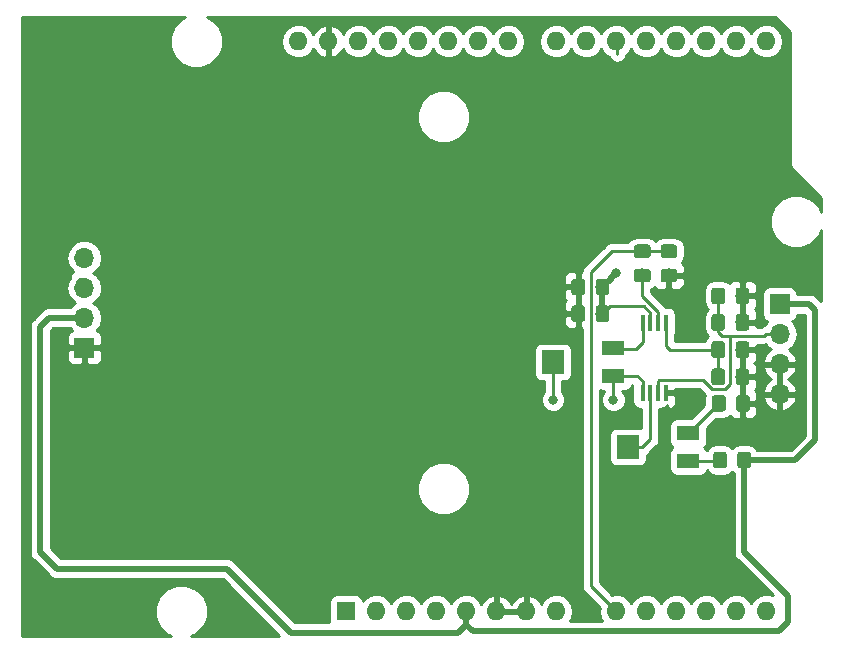
<source format=gbr>
G04 #@! TF.GenerationSoftware,KiCad,Pcbnew,(5.0.0)*
G04 #@! TF.CreationDate,2019-09-08T12:51:47+09:00*
G04 #@! TF.ProjectId,gauss_meter_hw,67617573735F6D657465725F68772E6B,rev?*
G04 #@! TF.SameCoordinates,Original*
G04 #@! TF.FileFunction,Copper,L1,Top,Signal*
G04 #@! TF.FilePolarity,Positive*
%FSLAX46Y46*%
G04 Gerber Fmt 4.6, Leading zero omitted, Abs format (unit mm)*
G04 Created by KiCad (PCBNEW (5.0.0)) date 09/08/19 12:51:47*
%MOMM*%
%LPD*%
G01*
G04 APERTURE LIST*
G04 #@! TA.AperFunction,ComponentPad*
%ADD10O,1.600000X1.600000*%
G04 #@! TD*
G04 #@! TA.AperFunction,ComponentPad*
%ADD11R,1.600000X1.600000*%
G04 #@! TD*
G04 #@! TA.AperFunction,Conductor*
%ADD12C,0.100000*%
G04 #@! TD*
G04 #@! TA.AperFunction,SMDPad,CuDef*
%ADD13C,1.150000*%
G04 #@! TD*
G04 #@! TA.AperFunction,ComponentPad*
%ADD14R,1.700000X1.700000*%
G04 #@! TD*
G04 #@! TA.AperFunction,ComponentPad*
%ADD15O,1.700000X1.700000*%
G04 #@! TD*
G04 #@! TA.AperFunction,SMDPad,CuDef*
%ADD16R,1.900000X1.300000*%
G04 #@! TD*
G04 #@! TA.AperFunction,SMDPad,CuDef*
%ADD17R,1.900000X2.000000*%
G04 #@! TD*
G04 #@! TA.AperFunction,SMDPad,CuDef*
%ADD18R,0.450000X1.450000*%
G04 #@! TD*
G04 #@! TA.AperFunction,ViaPad*
%ADD19C,0.800000*%
G04 #@! TD*
G04 #@! TA.AperFunction,Conductor*
%ADD20C,0.250000*%
G04 #@! TD*
G04 #@! TA.AperFunction,Conductor*
%ADD21C,0.500000*%
G04 #@! TD*
G04 #@! TA.AperFunction,Conductor*
%ADD22C,0.254000*%
G04 #@! TD*
G04 APERTURE END LIST*
D10*
G04 #@! TO.P,A1,29*
G04 #@! TO.N,GND*
X142655001Y-64055001D03*
G04 #@! TO.P,A1,30*
G04 #@! TO.N,Net-(A1-Pad30)*
X140115001Y-64055001D03*
D11*
G04 #@! TO.P,A1,1*
G04 #@! TO.N,Net-(A1-Pad1)*
X144175001Y-112315001D03*
D10*
G04 #@! TO.P,A1,17*
G04 #@! TO.N,Net-(A1-Pad17)*
X174655001Y-64055001D03*
G04 #@! TO.P,A1,2*
G04 #@! TO.N,Net-(A1-Pad2)*
X146715001Y-112315001D03*
G04 #@! TO.P,A1,18*
G04 #@! TO.N,Net-(A1-Pad18)*
X172115001Y-64055001D03*
G04 #@! TO.P,A1,3*
G04 #@! TO.N,Net-(A1-Pad3)*
X149255001Y-112315001D03*
G04 #@! TO.P,A1,19*
G04 #@! TO.N,Net-(A1-Pad19)*
X169575001Y-64055001D03*
G04 #@! TO.P,A1,4*
G04 #@! TO.N,Net-(A1-Pad4)*
X151795001Y-112315001D03*
G04 #@! TO.P,A1,20*
G04 #@! TO.N,Net-(A1-Pad20)*
X167035001Y-64055001D03*
G04 #@! TO.P,A1,5*
G04 #@! TO.N,+5V*
X154335001Y-112315001D03*
G04 #@! TO.P,A1,21*
G04 #@! TO.N,Net-(A1-Pad21)*
X164495001Y-64055001D03*
G04 #@! TO.P,A1,6*
G04 #@! TO.N,GND*
X156875001Y-112315001D03*
G04 #@! TO.P,A1,22*
G04 #@! TO.N,Net-(A1-Pad22)*
X161955001Y-64055001D03*
G04 #@! TO.P,A1,7*
G04 #@! TO.N,GND*
X159415001Y-112315001D03*
G04 #@! TO.P,A1,23*
G04 #@! TO.N,Net-(A1-Pad23)*
X157895001Y-64055001D03*
G04 #@! TO.P,A1,8*
G04 #@! TO.N,Net-(A1-Pad8)*
X161955001Y-112315001D03*
G04 #@! TO.P,A1,24*
G04 #@! TO.N,Net-(A1-Pad24)*
X155355001Y-64055001D03*
G04 #@! TO.P,A1,9*
G04 #@! TO.N,Net-(A1-Pad9)*
X167035001Y-112315001D03*
G04 #@! TO.P,A1,25*
G04 #@! TO.N,Net-(A1-Pad25)*
X152815001Y-64055001D03*
G04 #@! TO.P,A1,10*
G04 #@! TO.N,Net-(A1-Pad10)*
X169575001Y-112315001D03*
G04 #@! TO.P,A1,26*
G04 #@! TO.N,Net-(A1-Pad26)*
X150275001Y-64055001D03*
G04 #@! TO.P,A1,11*
G04 #@! TO.N,Net-(A1-Pad11)*
X172115001Y-112315001D03*
G04 #@! TO.P,A1,27*
G04 #@! TO.N,Net-(A1-Pad27)*
X147735001Y-64055001D03*
G04 #@! TO.P,A1,12*
G04 #@! TO.N,Net-(A1-Pad12)*
X174655001Y-112315001D03*
G04 #@! TO.P,A1,28*
G04 #@! TO.N,Net-(A1-Pad28)*
X145195001Y-64055001D03*
G04 #@! TO.P,A1,13*
G04 #@! TO.N,Net-(A1-Pad13)*
X177195001Y-112315001D03*
G04 #@! TO.P,A1,14*
G04 #@! TO.N,Net-(A1-Pad14)*
X179735001Y-112315001D03*
G04 #@! TO.P,A1,15*
G04 #@! TO.N,Net-(A1-Pad15)*
X179735001Y-64055001D03*
G04 #@! TO.P,A1,16*
G04 #@! TO.N,Net-(A1-Pad16)*
X177195001Y-64055001D03*
G04 #@! TD*
D12*
G04 #@! TO.N,Net-(C1-Pad1)*
G04 #@! TO.C,C1*
G36*
X176024505Y-87151204D02*
X176048773Y-87154804D01*
X176072572Y-87160765D01*
X176095671Y-87169030D01*
X176117850Y-87179520D01*
X176138893Y-87192132D01*
X176158599Y-87206747D01*
X176176777Y-87223223D01*
X176193253Y-87241401D01*
X176207868Y-87261107D01*
X176220480Y-87282150D01*
X176230970Y-87304329D01*
X176239235Y-87327428D01*
X176245196Y-87351227D01*
X176248796Y-87375495D01*
X176250000Y-87399999D01*
X176250000Y-88300001D01*
X176248796Y-88324505D01*
X176245196Y-88348773D01*
X176239235Y-88372572D01*
X176230970Y-88395671D01*
X176220480Y-88417850D01*
X176207868Y-88438893D01*
X176193253Y-88458599D01*
X176176777Y-88476777D01*
X176158599Y-88493253D01*
X176138893Y-88507868D01*
X176117850Y-88520480D01*
X176095671Y-88530970D01*
X176072572Y-88539235D01*
X176048773Y-88545196D01*
X176024505Y-88548796D01*
X176000001Y-88550000D01*
X175349999Y-88550000D01*
X175325495Y-88548796D01*
X175301227Y-88545196D01*
X175277428Y-88539235D01*
X175254329Y-88530970D01*
X175232150Y-88520480D01*
X175211107Y-88507868D01*
X175191401Y-88493253D01*
X175173223Y-88476777D01*
X175156747Y-88458599D01*
X175142132Y-88438893D01*
X175129520Y-88417850D01*
X175119030Y-88395671D01*
X175110765Y-88372572D01*
X175104804Y-88348773D01*
X175101204Y-88324505D01*
X175100000Y-88300001D01*
X175100000Y-87399999D01*
X175101204Y-87375495D01*
X175104804Y-87351227D01*
X175110765Y-87327428D01*
X175119030Y-87304329D01*
X175129520Y-87282150D01*
X175142132Y-87261107D01*
X175156747Y-87241401D01*
X175173223Y-87223223D01*
X175191401Y-87206747D01*
X175211107Y-87192132D01*
X175232150Y-87179520D01*
X175254329Y-87169030D01*
X175277428Y-87160765D01*
X175301227Y-87154804D01*
X175325495Y-87151204D01*
X175349999Y-87150000D01*
X176000001Y-87150000D01*
X176024505Y-87151204D01*
X176024505Y-87151204D01*
G37*
D13*
G04 #@! TD*
G04 #@! TO.P,C1,1*
G04 #@! TO.N,Net-(C1-Pad1)*
X175675000Y-87850000D03*
D12*
G04 #@! TO.N,GND*
G04 #@! TO.C,C1*
G36*
X178074505Y-87151204D02*
X178098773Y-87154804D01*
X178122572Y-87160765D01*
X178145671Y-87169030D01*
X178167850Y-87179520D01*
X178188893Y-87192132D01*
X178208599Y-87206747D01*
X178226777Y-87223223D01*
X178243253Y-87241401D01*
X178257868Y-87261107D01*
X178270480Y-87282150D01*
X178280970Y-87304329D01*
X178289235Y-87327428D01*
X178295196Y-87351227D01*
X178298796Y-87375495D01*
X178300000Y-87399999D01*
X178300000Y-88300001D01*
X178298796Y-88324505D01*
X178295196Y-88348773D01*
X178289235Y-88372572D01*
X178280970Y-88395671D01*
X178270480Y-88417850D01*
X178257868Y-88438893D01*
X178243253Y-88458599D01*
X178226777Y-88476777D01*
X178208599Y-88493253D01*
X178188893Y-88507868D01*
X178167850Y-88520480D01*
X178145671Y-88530970D01*
X178122572Y-88539235D01*
X178098773Y-88545196D01*
X178074505Y-88548796D01*
X178050001Y-88550000D01*
X177399999Y-88550000D01*
X177375495Y-88548796D01*
X177351227Y-88545196D01*
X177327428Y-88539235D01*
X177304329Y-88530970D01*
X177282150Y-88520480D01*
X177261107Y-88507868D01*
X177241401Y-88493253D01*
X177223223Y-88476777D01*
X177206747Y-88458599D01*
X177192132Y-88438893D01*
X177179520Y-88417850D01*
X177169030Y-88395671D01*
X177160765Y-88372572D01*
X177154804Y-88348773D01*
X177151204Y-88324505D01*
X177150000Y-88300001D01*
X177150000Y-87399999D01*
X177151204Y-87375495D01*
X177154804Y-87351227D01*
X177160765Y-87327428D01*
X177169030Y-87304329D01*
X177179520Y-87282150D01*
X177192132Y-87261107D01*
X177206747Y-87241401D01*
X177223223Y-87223223D01*
X177241401Y-87206747D01*
X177261107Y-87192132D01*
X177282150Y-87179520D01*
X177304329Y-87169030D01*
X177327428Y-87160765D01*
X177351227Y-87154804D01*
X177375495Y-87151204D01*
X177399999Y-87150000D01*
X178050001Y-87150000D01*
X178074505Y-87151204D01*
X178074505Y-87151204D01*
G37*
D13*
G04 #@! TD*
G04 #@! TO.P,C1,2*
G04 #@! TO.N,GND*
X177725000Y-87850000D03*
D12*
G04 #@! TO.N,GND*
G04 #@! TO.C,C2*
G36*
X178074505Y-91751204D02*
X178098773Y-91754804D01*
X178122572Y-91760765D01*
X178145671Y-91769030D01*
X178167850Y-91779520D01*
X178188893Y-91792132D01*
X178208599Y-91806747D01*
X178226777Y-91823223D01*
X178243253Y-91841401D01*
X178257868Y-91861107D01*
X178270480Y-91882150D01*
X178280970Y-91904329D01*
X178289235Y-91927428D01*
X178295196Y-91951227D01*
X178298796Y-91975495D01*
X178300000Y-91999999D01*
X178300000Y-92900001D01*
X178298796Y-92924505D01*
X178295196Y-92948773D01*
X178289235Y-92972572D01*
X178280970Y-92995671D01*
X178270480Y-93017850D01*
X178257868Y-93038893D01*
X178243253Y-93058599D01*
X178226777Y-93076777D01*
X178208599Y-93093253D01*
X178188893Y-93107868D01*
X178167850Y-93120480D01*
X178145671Y-93130970D01*
X178122572Y-93139235D01*
X178098773Y-93145196D01*
X178074505Y-93148796D01*
X178050001Y-93150000D01*
X177399999Y-93150000D01*
X177375495Y-93148796D01*
X177351227Y-93145196D01*
X177327428Y-93139235D01*
X177304329Y-93130970D01*
X177282150Y-93120480D01*
X177261107Y-93107868D01*
X177241401Y-93093253D01*
X177223223Y-93076777D01*
X177206747Y-93058599D01*
X177192132Y-93038893D01*
X177179520Y-93017850D01*
X177169030Y-92995671D01*
X177160765Y-92972572D01*
X177154804Y-92948773D01*
X177151204Y-92924505D01*
X177150000Y-92900001D01*
X177150000Y-91999999D01*
X177151204Y-91975495D01*
X177154804Y-91951227D01*
X177160765Y-91927428D01*
X177169030Y-91904329D01*
X177179520Y-91882150D01*
X177192132Y-91861107D01*
X177206747Y-91841401D01*
X177223223Y-91823223D01*
X177241401Y-91806747D01*
X177261107Y-91792132D01*
X177282150Y-91779520D01*
X177304329Y-91769030D01*
X177327428Y-91760765D01*
X177351227Y-91754804D01*
X177375495Y-91751204D01*
X177399999Y-91750000D01*
X178050001Y-91750000D01*
X178074505Y-91751204D01*
X178074505Y-91751204D01*
G37*
D13*
G04 #@! TD*
G04 #@! TO.P,C2,2*
G04 #@! TO.N,GND*
X177725000Y-92450000D03*
D12*
G04 #@! TO.N,Net-(C2-Pad1)*
G04 #@! TO.C,C2*
G36*
X176024505Y-91751204D02*
X176048773Y-91754804D01*
X176072572Y-91760765D01*
X176095671Y-91769030D01*
X176117850Y-91779520D01*
X176138893Y-91792132D01*
X176158599Y-91806747D01*
X176176777Y-91823223D01*
X176193253Y-91841401D01*
X176207868Y-91861107D01*
X176220480Y-91882150D01*
X176230970Y-91904329D01*
X176239235Y-91927428D01*
X176245196Y-91951227D01*
X176248796Y-91975495D01*
X176250000Y-91999999D01*
X176250000Y-92900001D01*
X176248796Y-92924505D01*
X176245196Y-92948773D01*
X176239235Y-92972572D01*
X176230970Y-92995671D01*
X176220480Y-93017850D01*
X176207868Y-93038893D01*
X176193253Y-93058599D01*
X176176777Y-93076777D01*
X176158599Y-93093253D01*
X176138893Y-93107868D01*
X176117850Y-93120480D01*
X176095671Y-93130970D01*
X176072572Y-93139235D01*
X176048773Y-93145196D01*
X176024505Y-93148796D01*
X176000001Y-93150000D01*
X175349999Y-93150000D01*
X175325495Y-93148796D01*
X175301227Y-93145196D01*
X175277428Y-93139235D01*
X175254329Y-93130970D01*
X175232150Y-93120480D01*
X175211107Y-93107868D01*
X175191401Y-93093253D01*
X175173223Y-93076777D01*
X175156747Y-93058599D01*
X175142132Y-93038893D01*
X175129520Y-93017850D01*
X175119030Y-92995671D01*
X175110765Y-92972572D01*
X175104804Y-92948773D01*
X175101204Y-92924505D01*
X175100000Y-92900001D01*
X175100000Y-91999999D01*
X175101204Y-91975495D01*
X175104804Y-91951227D01*
X175110765Y-91927428D01*
X175119030Y-91904329D01*
X175129520Y-91882150D01*
X175142132Y-91861107D01*
X175156747Y-91841401D01*
X175173223Y-91823223D01*
X175191401Y-91806747D01*
X175211107Y-91792132D01*
X175232150Y-91779520D01*
X175254329Y-91769030D01*
X175277428Y-91760765D01*
X175301227Y-91754804D01*
X175325495Y-91751204D01*
X175349999Y-91750000D01*
X176000001Y-91750000D01*
X176024505Y-91751204D01*
X176024505Y-91751204D01*
G37*
D13*
G04 #@! TD*
G04 #@! TO.P,C2,1*
G04 #@! TO.N,Net-(C2-Pad1)*
X175675000Y-92450000D03*
D12*
G04 #@! TO.N,Net-(A1-Pad9)*
G04 #@! TO.C,C3*
G36*
X171974505Y-81251204D02*
X171998773Y-81254804D01*
X172022572Y-81260765D01*
X172045671Y-81269030D01*
X172067850Y-81279520D01*
X172088893Y-81292132D01*
X172108599Y-81306747D01*
X172126777Y-81323223D01*
X172143253Y-81341401D01*
X172157868Y-81361107D01*
X172170480Y-81382150D01*
X172180970Y-81404329D01*
X172189235Y-81427428D01*
X172195196Y-81451227D01*
X172198796Y-81475495D01*
X172200000Y-81499999D01*
X172200000Y-82150001D01*
X172198796Y-82174505D01*
X172195196Y-82198773D01*
X172189235Y-82222572D01*
X172180970Y-82245671D01*
X172170480Y-82267850D01*
X172157868Y-82288893D01*
X172143253Y-82308599D01*
X172126777Y-82326777D01*
X172108599Y-82343253D01*
X172088893Y-82357868D01*
X172067850Y-82370480D01*
X172045671Y-82380970D01*
X172022572Y-82389235D01*
X171998773Y-82395196D01*
X171974505Y-82398796D01*
X171950001Y-82400000D01*
X171049999Y-82400000D01*
X171025495Y-82398796D01*
X171001227Y-82395196D01*
X170977428Y-82389235D01*
X170954329Y-82380970D01*
X170932150Y-82370480D01*
X170911107Y-82357868D01*
X170891401Y-82343253D01*
X170873223Y-82326777D01*
X170856747Y-82308599D01*
X170842132Y-82288893D01*
X170829520Y-82267850D01*
X170819030Y-82245671D01*
X170810765Y-82222572D01*
X170804804Y-82198773D01*
X170801204Y-82174505D01*
X170800000Y-82150001D01*
X170800000Y-81499999D01*
X170801204Y-81475495D01*
X170804804Y-81451227D01*
X170810765Y-81427428D01*
X170819030Y-81404329D01*
X170829520Y-81382150D01*
X170842132Y-81361107D01*
X170856747Y-81341401D01*
X170873223Y-81323223D01*
X170891401Y-81306747D01*
X170911107Y-81292132D01*
X170932150Y-81279520D01*
X170954329Y-81269030D01*
X170977428Y-81260765D01*
X171001227Y-81254804D01*
X171025495Y-81251204D01*
X171049999Y-81250000D01*
X171950001Y-81250000D01*
X171974505Y-81251204D01*
X171974505Y-81251204D01*
G37*
D13*
G04 #@! TD*
G04 #@! TO.P,C3,1*
G04 #@! TO.N,Net-(A1-Pad9)*
X171500000Y-81825000D03*
D12*
G04 #@! TO.N,GND*
G04 #@! TO.C,C3*
G36*
X171974505Y-83301204D02*
X171998773Y-83304804D01*
X172022572Y-83310765D01*
X172045671Y-83319030D01*
X172067850Y-83329520D01*
X172088893Y-83342132D01*
X172108599Y-83356747D01*
X172126777Y-83373223D01*
X172143253Y-83391401D01*
X172157868Y-83411107D01*
X172170480Y-83432150D01*
X172180970Y-83454329D01*
X172189235Y-83477428D01*
X172195196Y-83501227D01*
X172198796Y-83525495D01*
X172200000Y-83549999D01*
X172200000Y-84200001D01*
X172198796Y-84224505D01*
X172195196Y-84248773D01*
X172189235Y-84272572D01*
X172180970Y-84295671D01*
X172170480Y-84317850D01*
X172157868Y-84338893D01*
X172143253Y-84358599D01*
X172126777Y-84376777D01*
X172108599Y-84393253D01*
X172088893Y-84407868D01*
X172067850Y-84420480D01*
X172045671Y-84430970D01*
X172022572Y-84439235D01*
X171998773Y-84445196D01*
X171974505Y-84448796D01*
X171950001Y-84450000D01*
X171049999Y-84450000D01*
X171025495Y-84448796D01*
X171001227Y-84445196D01*
X170977428Y-84439235D01*
X170954329Y-84430970D01*
X170932150Y-84420480D01*
X170911107Y-84407868D01*
X170891401Y-84393253D01*
X170873223Y-84376777D01*
X170856747Y-84358599D01*
X170842132Y-84338893D01*
X170829520Y-84317850D01*
X170819030Y-84295671D01*
X170810765Y-84272572D01*
X170804804Y-84248773D01*
X170801204Y-84224505D01*
X170800000Y-84200001D01*
X170800000Y-83549999D01*
X170801204Y-83525495D01*
X170804804Y-83501227D01*
X170810765Y-83477428D01*
X170819030Y-83454329D01*
X170829520Y-83432150D01*
X170842132Y-83411107D01*
X170856747Y-83391401D01*
X170873223Y-83373223D01*
X170891401Y-83356747D01*
X170911107Y-83342132D01*
X170932150Y-83329520D01*
X170954329Y-83319030D01*
X170977428Y-83310765D01*
X171001227Y-83304804D01*
X171025495Y-83301204D01*
X171049999Y-83300000D01*
X171950001Y-83300000D01*
X171974505Y-83301204D01*
X171974505Y-83301204D01*
G37*
D13*
G04 #@! TD*
G04 #@! TO.P,C3,2*
G04 #@! TO.N,GND*
X171500000Y-83875000D03*
D12*
G04 #@! TO.N,GND*
G04 #@! TO.C,C4*
G36*
X164174505Y-84151204D02*
X164198773Y-84154804D01*
X164222572Y-84160765D01*
X164245671Y-84169030D01*
X164267850Y-84179520D01*
X164288893Y-84192132D01*
X164308599Y-84206747D01*
X164326777Y-84223223D01*
X164343253Y-84241401D01*
X164357868Y-84261107D01*
X164370480Y-84282150D01*
X164380970Y-84304329D01*
X164389235Y-84327428D01*
X164395196Y-84351227D01*
X164398796Y-84375495D01*
X164400000Y-84399999D01*
X164400000Y-85300001D01*
X164398796Y-85324505D01*
X164395196Y-85348773D01*
X164389235Y-85372572D01*
X164380970Y-85395671D01*
X164370480Y-85417850D01*
X164357868Y-85438893D01*
X164343253Y-85458599D01*
X164326777Y-85476777D01*
X164308599Y-85493253D01*
X164288893Y-85507868D01*
X164267850Y-85520480D01*
X164245671Y-85530970D01*
X164222572Y-85539235D01*
X164198773Y-85545196D01*
X164174505Y-85548796D01*
X164150001Y-85550000D01*
X163499999Y-85550000D01*
X163475495Y-85548796D01*
X163451227Y-85545196D01*
X163427428Y-85539235D01*
X163404329Y-85530970D01*
X163382150Y-85520480D01*
X163361107Y-85507868D01*
X163341401Y-85493253D01*
X163323223Y-85476777D01*
X163306747Y-85458599D01*
X163292132Y-85438893D01*
X163279520Y-85417850D01*
X163269030Y-85395671D01*
X163260765Y-85372572D01*
X163254804Y-85348773D01*
X163251204Y-85324505D01*
X163250000Y-85300001D01*
X163250000Y-84399999D01*
X163251204Y-84375495D01*
X163254804Y-84351227D01*
X163260765Y-84327428D01*
X163269030Y-84304329D01*
X163279520Y-84282150D01*
X163292132Y-84261107D01*
X163306747Y-84241401D01*
X163323223Y-84223223D01*
X163341401Y-84206747D01*
X163361107Y-84192132D01*
X163382150Y-84179520D01*
X163404329Y-84169030D01*
X163427428Y-84160765D01*
X163451227Y-84154804D01*
X163475495Y-84151204D01*
X163499999Y-84150000D01*
X164150001Y-84150000D01*
X164174505Y-84151204D01*
X164174505Y-84151204D01*
G37*
D13*
G04 #@! TD*
G04 #@! TO.P,C4,2*
G04 #@! TO.N,GND*
X163825000Y-84850000D03*
D12*
G04 #@! TO.N,+5V*
G04 #@! TO.C,C4*
G36*
X166224505Y-84151204D02*
X166248773Y-84154804D01*
X166272572Y-84160765D01*
X166295671Y-84169030D01*
X166317850Y-84179520D01*
X166338893Y-84192132D01*
X166358599Y-84206747D01*
X166376777Y-84223223D01*
X166393253Y-84241401D01*
X166407868Y-84261107D01*
X166420480Y-84282150D01*
X166430970Y-84304329D01*
X166439235Y-84327428D01*
X166445196Y-84351227D01*
X166448796Y-84375495D01*
X166450000Y-84399999D01*
X166450000Y-85300001D01*
X166448796Y-85324505D01*
X166445196Y-85348773D01*
X166439235Y-85372572D01*
X166430970Y-85395671D01*
X166420480Y-85417850D01*
X166407868Y-85438893D01*
X166393253Y-85458599D01*
X166376777Y-85476777D01*
X166358599Y-85493253D01*
X166338893Y-85507868D01*
X166317850Y-85520480D01*
X166295671Y-85530970D01*
X166272572Y-85539235D01*
X166248773Y-85545196D01*
X166224505Y-85548796D01*
X166200001Y-85550000D01*
X165549999Y-85550000D01*
X165525495Y-85548796D01*
X165501227Y-85545196D01*
X165477428Y-85539235D01*
X165454329Y-85530970D01*
X165432150Y-85520480D01*
X165411107Y-85507868D01*
X165391401Y-85493253D01*
X165373223Y-85476777D01*
X165356747Y-85458599D01*
X165342132Y-85438893D01*
X165329520Y-85417850D01*
X165319030Y-85395671D01*
X165310765Y-85372572D01*
X165304804Y-85348773D01*
X165301204Y-85324505D01*
X165300000Y-85300001D01*
X165300000Y-84399999D01*
X165301204Y-84375495D01*
X165304804Y-84351227D01*
X165310765Y-84327428D01*
X165319030Y-84304329D01*
X165329520Y-84282150D01*
X165342132Y-84261107D01*
X165356747Y-84241401D01*
X165373223Y-84223223D01*
X165391401Y-84206747D01*
X165411107Y-84192132D01*
X165432150Y-84179520D01*
X165454329Y-84169030D01*
X165477428Y-84160765D01*
X165501227Y-84154804D01*
X165525495Y-84151204D01*
X165549999Y-84150000D01*
X166200001Y-84150000D01*
X166224505Y-84151204D01*
X166224505Y-84151204D01*
G37*
D13*
G04 #@! TD*
G04 #@! TO.P,C4,1*
G04 #@! TO.N,+5V*
X165875000Y-84850000D03*
D12*
G04 #@! TO.N,+5V*
G04 #@! TO.C,C5*
G36*
X166224505Y-86401204D02*
X166248773Y-86404804D01*
X166272572Y-86410765D01*
X166295671Y-86419030D01*
X166317850Y-86429520D01*
X166338893Y-86442132D01*
X166358599Y-86456747D01*
X166376777Y-86473223D01*
X166393253Y-86491401D01*
X166407868Y-86511107D01*
X166420480Y-86532150D01*
X166430970Y-86554329D01*
X166439235Y-86577428D01*
X166445196Y-86601227D01*
X166448796Y-86625495D01*
X166450000Y-86649999D01*
X166450000Y-87550001D01*
X166448796Y-87574505D01*
X166445196Y-87598773D01*
X166439235Y-87622572D01*
X166430970Y-87645671D01*
X166420480Y-87667850D01*
X166407868Y-87688893D01*
X166393253Y-87708599D01*
X166376777Y-87726777D01*
X166358599Y-87743253D01*
X166338893Y-87757868D01*
X166317850Y-87770480D01*
X166295671Y-87780970D01*
X166272572Y-87789235D01*
X166248773Y-87795196D01*
X166224505Y-87798796D01*
X166200001Y-87800000D01*
X165549999Y-87800000D01*
X165525495Y-87798796D01*
X165501227Y-87795196D01*
X165477428Y-87789235D01*
X165454329Y-87780970D01*
X165432150Y-87770480D01*
X165411107Y-87757868D01*
X165391401Y-87743253D01*
X165373223Y-87726777D01*
X165356747Y-87708599D01*
X165342132Y-87688893D01*
X165329520Y-87667850D01*
X165319030Y-87645671D01*
X165310765Y-87622572D01*
X165304804Y-87598773D01*
X165301204Y-87574505D01*
X165300000Y-87550001D01*
X165300000Y-86649999D01*
X165301204Y-86625495D01*
X165304804Y-86601227D01*
X165310765Y-86577428D01*
X165319030Y-86554329D01*
X165329520Y-86532150D01*
X165342132Y-86511107D01*
X165356747Y-86491401D01*
X165373223Y-86473223D01*
X165391401Y-86456747D01*
X165411107Y-86442132D01*
X165432150Y-86429520D01*
X165454329Y-86419030D01*
X165477428Y-86410765D01*
X165501227Y-86404804D01*
X165525495Y-86401204D01*
X165549999Y-86400000D01*
X166200001Y-86400000D01*
X166224505Y-86401204D01*
X166224505Y-86401204D01*
G37*
D13*
G04 #@! TD*
G04 #@! TO.P,C5,1*
G04 #@! TO.N,+5V*
X165875000Y-87100000D03*
D12*
G04 #@! TO.N,GND*
G04 #@! TO.C,C5*
G36*
X164174505Y-86401204D02*
X164198773Y-86404804D01*
X164222572Y-86410765D01*
X164245671Y-86419030D01*
X164267850Y-86429520D01*
X164288893Y-86442132D01*
X164308599Y-86456747D01*
X164326777Y-86473223D01*
X164343253Y-86491401D01*
X164357868Y-86511107D01*
X164370480Y-86532150D01*
X164380970Y-86554329D01*
X164389235Y-86577428D01*
X164395196Y-86601227D01*
X164398796Y-86625495D01*
X164400000Y-86649999D01*
X164400000Y-87550001D01*
X164398796Y-87574505D01*
X164395196Y-87598773D01*
X164389235Y-87622572D01*
X164380970Y-87645671D01*
X164370480Y-87667850D01*
X164357868Y-87688893D01*
X164343253Y-87708599D01*
X164326777Y-87726777D01*
X164308599Y-87743253D01*
X164288893Y-87757868D01*
X164267850Y-87770480D01*
X164245671Y-87780970D01*
X164222572Y-87789235D01*
X164198773Y-87795196D01*
X164174505Y-87798796D01*
X164150001Y-87800000D01*
X163499999Y-87800000D01*
X163475495Y-87798796D01*
X163451227Y-87795196D01*
X163427428Y-87789235D01*
X163404329Y-87780970D01*
X163382150Y-87770480D01*
X163361107Y-87757868D01*
X163341401Y-87743253D01*
X163323223Y-87726777D01*
X163306747Y-87708599D01*
X163292132Y-87688893D01*
X163279520Y-87667850D01*
X163269030Y-87645671D01*
X163260765Y-87622572D01*
X163254804Y-87598773D01*
X163251204Y-87574505D01*
X163250000Y-87550001D01*
X163250000Y-86649999D01*
X163251204Y-86625495D01*
X163254804Y-86601227D01*
X163260765Y-86577428D01*
X163269030Y-86554329D01*
X163279520Y-86532150D01*
X163292132Y-86511107D01*
X163306747Y-86491401D01*
X163323223Y-86473223D01*
X163341401Y-86456747D01*
X163361107Y-86442132D01*
X163382150Y-86429520D01*
X163404329Y-86419030D01*
X163427428Y-86410765D01*
X163451227Y-86404804D01*
X163475495Y-86401204D01*
X163499999Y-86400000D01*
X164150001Y-86400000D01*
X164174505Y-86401204D01*
X164174505Y-86401204D01*
G37*
D13*
G04 #@! TD*
G04 #@! TO.P,C5,2*
G04 #@! TO.N,GND*
X163825000Y-87100000D03*
D14*
G04 #@! TO.P,J1,1*
G04 #@! TO.N,+5V*
X180900000Y-86300000D03*
D15*
G04 #@! TO.P,J1,2*
G04 #@! TO.N,Net-(C1-Pad1)*
X180900000Y-88840000D03*
G04 #@! TO.P,J1,3*
G04 #@! TO.N,GND*
X180900000Y-91380000D03*
G04 #@! TO.P,J1,4*
X180900000Y-93920000D03*
G04 #@! TD*
D12*
G04 #@! TO.N,Net-(C1-Pad1)*
G04 #@! TO.C,R1*
G36*
X176024505Y-84901204D02*
X176048773Y-84904804D01*
X176072572Y-84910765D01*
X176095671Y-84919030D01*
X176117850Y-84929520D01*
X176138893Y-84942132D01*
X176158599Y-84956747D01*
X176176777Y-84973223D01*
X176193253Y-84991401D01*
X176207868Y-85011107D01*
X176220480Y-85032150D01*
X176230970Y-85054329D01*
X176239235Y-85077428D01*
X176245196Y-85101227D01*
X176248796Y-85125495D01*
X176250000Y-85149999D01*
X176250000Y-86050001D01*
X176248796Y-86074505D01*
X176245196Y-86098773D01*
X176239235Y-86122572D01*
X176230970Y-86145671D01*
X176220480Y-86167850D01*
X176207868Y-86188893D01*
X176193253Y-86208599D01*
X176176777Y-86226777D01*
X176158599Y-86243253D01*
X176138893Y-86257868D01*
X176117850Y-86270480D01*
X176095671Y-86280970D01*
X176072572Y-86289235D01*
X176048773Y-86295196D01*
X176024505Y-86298796D01*
X176000001Y-86300000D01*
X175349999Y-86300000D01*
X175325495Y-86298796D01*
X175301227Y-86295196D01*
X175277428Y-86289235D01*
X175254329Y-86280970D01*
X175232150Y-86270480D01*
X175211107Y-86257868D01*
X175191401Y-86243253D01*
X175173223Y-86226777D01*
X175156747Y-86208599D01*
X175142132Y-86188893D01*
X175129520Y-86167850D01*
X175119030Y-86145671D01*
X175110765Y-86122572D01*
X175104804Y-86098773D01*
X175101204Y-86074505D01*
X175100000Y-86050001D01*
X175100000Y-85149999D01*
X175101204Y-85125495D01*
X175104804Y-85101227D01*
X175110765Y-85077428D01*
X175119030Y-85054329D01*
X175129520Y-85032150D01*
X175142132Y-85011107D01*
X175156747Y-84991401D01*
X175173223Y-84973223D01*
X175191401Y-84956747D01*
X175211107Y-84942132D01*
X175232150Y-84929520D01*
X175254329Y-84919030D01*
X175277428Y-84910765D01*
X175301227Y-84904804D01*
X175325495Y-84901204D01*
X175349999Y-84900000D01*
X176000001Y-84900000D01*
X176024505Y-84901204D01*
X176024505Y-84901204D01*
G37*
D13*
G04 #@! TD*
G04 #@! TO.P,R1,1*
G04 #@! TO.N,Net-(C1-Pad1)*
X175675000Y-85600000D03*
D12*
G04 #@! TO.N,GND*
G04 #@! TO.C,R1*
G36*
X178074505Y-84901204D02*
X178098773Y-84904804D01*
X178122572Y-84910765D01*
X178145671Y-84919030D01*
X178167850Y-84929520D01*
X178188893Y-84942132D01*
X178208599Y-84956747D01*
X178226777Y-84973223D01*
X178243253Y-84991401D01*
X178257868Y-85011107D01*
X178270480Y-85032150D01*
X178280970Y-85054329D01*
X178289235Y-85077428D01*
X178295196Y-85101227D01*
X178298796Y-85125495D01*
X178300000Y-85149999D01*
X178300000Y-86050001D01*
X178298796Y-86074505D01*
X178295196Y-86098773D01*
X178289235Y-86122572D01*
X178280970Y-86145671D01*
X178270480Y-86167850D01*
X178257868Y-86188893D01*
X178243253Y-86208599D01*
X178226777Y-86226777D01*
X178208599Y-86243253D01*
X178188893Y-86257868D01*
X178167850Y-86270480D01*
X178145671Y-86280970D01*
X178122572Y-86289235D01*
X178098773Y-86295196D01*
X178074505Y-86298796D01*
X178050001Y-86300000D01*
X177399999Y-86300000D01*
X177375495Y-86298796D01*
X177351227Y-86295196D01*
X177327428Y-86289235D01*
X177304329Y-86280970D01*
X177282150Y-86270480D01*
X177261107Y-86257868D01*
X177241401Y-86243253D01*
X177223223Y-86226777D01*
X177206747Y-86208599D01*
X177192132Y-86188893D01*
X177179520Y-86167850D01*
X177169030Y-86145671D01*
X177160765Y-86122572D01*
X177154804Y-86098773D01*
X177151204Y-86074505D01*
X177150000Y-86050001D01*
X177150000Y-85149999D01*
X177151204Y-85125495D01*
X177154804Y-85101227D01*
X177160765Y-85077428D01*
X177169030Y-85054329D01*
X177179520Y-85032150D01*
X177192132Y-85011107D01*
X177206747Y-84991401D01*
X177223223Y-84973223D01*
X177241401Y-84956747D01*
X177261107Y-84942132D01*
X177282150Y-84929520D01*
X177304329Y-84919030D01*
X177327428Y-84910765D01*
X177351227Y-84904804D01*
X177375495Y-84901204D01*
X177399999Y-84900000D01*
X178050001Y-84900000D01*
X178074505Y-84901204D01*
X178074505Y-84901204D01*
G37*
D13*
G04 #@! TD*
G04 #@! TO.P,R1,2*
G04 #@! TO.N,GND*
X177725000Y-85600000D03*
D12*
G04 #@! TO.N,+5V*
G04 #@! TO.C,R2*
G36*
X178224505Y-98801204D02*
X178248773Y-98804804D01*
X178272572Y-98810765D01*
X178295671Y-98819030D01*
X178317850Y-98829520D01*
X178338893Y-98842132D01*
X178358599Y-98856747D01*
X178376777Y-98873223D01*
X178393253Y-98891401D01*
X178407868Y-98911107D01*
X178420480Y-98932150D01*
X178430970Y-98954329D01*
X178439235Y-98977428D01*
X178445196Y-99001227D01*
X178448796Y-99025495D01*
X178450000Y-99049999D01*
X178450000Y-99950001D01*
X178448796Y-99974505D01*
X178445196Y-99998773D01*
X178439235Y-100022572D01*
X178430970Y-100045671D01*
X178420480Y-100067850D01*
X178407868Y-100088893D01*
X178393253Y-100108599D01*
X178376777Y-100126777D01*
X178358599Y-100143253D01*
X178338893Y-100157868D01*
X178317850Y-100170480D01*
X178295671Y-100180970D01*
X178272572Y-100189235D01*
X178248773Y-100195196D01*
X178224505Y-100198796D01*
X178200001Y-100200000D01*
X177549999Y-100200000D01*
X177525495Y-100198796D01*
X177501227Y-100195196D01*
X177477428Y-100189235D01*
X177454329Y-100180970D01*
X177432150Y-100170480D01*
X177411107Y-100157868D01*
X177391401Y-100143253D01*
X177373223Y-100126777D01*
X177356747Y-100108599D01*
X177342132Y-100088893D01*
X177329520Y-100067850D01*
X177319030Y-100045671D01*
X177310765Y-100022572D01*
X177304804Y-99998773D01*
X177301204Y-99974505D01*
X177300000Y-99950001D01*
X177300000Y-99049999D01*
X177301204Y-99025495D01*
X177304804Y-99001227D01*
X177310765Y-98977428D01*
X177319030Y-98954329D01*
X177329520Y-98932150D01*
X177342132Y-98911107D01*
X177356747Y-98891401D01*
X177373223Y-98873223D01*
X177391401Y-98856747D01*
X177411107Y-98842132D01*
X177432150Y-98829520D01*
X177454329Y-98819030D01*
X177477428Y-98810765D01*
X177501227Y-98804804D01*
X177525495Y-98801204D01*
X177549999Y-98800000D01*
X178200001Y-98800000D01*
X178224505Y-98801204D01*
X178224505Y-98801204D01*
G37*
D13*
G04 #@! TD*
G04 #@! TO.P,R2,2*
G04 #@! TO.N,+5V*
X177875000Y-99500000D03*
D12*
G04 #@! TO.N,Net-(R2-Pad1)*
G04 #@! TO.C,R2*
G36*
X176174505Y-98801204D02*
X176198773Y-98804804D01*
X176222572Y-98810765D01*
X176245671Y-98819030D01*
X176267850Y-98829520D01*
X176288893Y-98842132D01*
X176308599Y-98856747D01*
X176326777Y-98873223D01*
X176343253Y-98891401D01*
X176357868Y-98911107D01*
X176370480Y-98932150D01*
X176380970Y-98954329D01*
X176389235Y-98977428D01*
X176395196Y-99001227D01*
X176398796Y-99025495D01*
X176400000Y-99049999D01*
X176400000Y-99950001D01*
X176398796Y-99974505D01*
X176395196Y-99998773D01*
X176389235Y-100022572D01*
X176380970Y-100045671D01*
X176370480Y-100067850D01*
X176357868Y-100088893D01*
X176343253Y-100108599D01*
X176326777Y-100126777D01*
X176308599Y-100143253D01*
X176288893Y-100157868D01*
X176267850Y-100170480D01*
X176245671Y-100180970D01*
X176222572Y-100189235D01*
X176198773Y-100195196D01*
X176174505Y-100198796D01*
X176150001Y-100200000D01*
X175499999Y-100200000D01*
X175475495Y-100198796D01*
X175451227Y-100195196D01*
X175427428Y-100189235D01*
X175404329Y-100180970D01*
X175382150Y-100170480D01*
X175361107Y-100157868D01*
X175341401Y-100143253D01*
X175323223Y-100126777D01*
X175306747Y-100108599D01*
X175292132Y-100088893D01*
X175279520Y-100067850D01*
X175269030Y-100045671D01*
X175260765Y-100022572D01*
X175254804Y-99998773D01*
X175251204Y-99974505D01*
X175250000Y-99950001D01*
X175250000Y-99049999D01*
X175251204Y-99025495D01*
X175254804Y-99001227D01*
X175260765Y-98977428D01*
X175269030Y-98954329D01*
X175279520Y-98932150D01*
X175292132Y-98911107D01*
X175306747Y-98891401D01*
X175323223Y-98873223D01*
X175341401Y-98856747D01*
X175361107Y-98842132D01*
X175382150Y-98829520D01*
X175404329Y-98819030D01*
X175427428Y-98810765D01*
X175451227Y-98804804D01*
X175475495Y-98801204D01*
X175499999Y-98800000D01*
X176150001Y-98800000D01*
X176174505Y-98801204D01*
X176174505Y-98801204D01*
G37*
D13*
G04 #@! TD*
G04 #@! TO.P,R2,1*
G04 #@! TO.N,Net-(R2-Pad1)*
X175825000Y-99500000D03*
D12*
G04 #@! TO.N,GND*
G04 #@! TO.C,R3*
G36*
X178124505Y-94001204D02*
X178148773Y-94004804D01*
X178172572Y-94010765D01*
X178195671Y-94019030D01*
X178217850Y-94029520D01*
X178238893Y-94042132D01*
X178258599Y-94056747D01*
X178276777Y-94073223D01*
X178293253Y-94091401D01*
X178307868Y-94111107D01*
X178320480Y-94132150D01*
X178330970Y-94154329D01*
X178339235Y-94177428D01*
X178345196Y-94201227D01*
X178348796Y-94225495D01*
X178350000Y-94249999D01*
X178350000Y-95150001D01*
X178348796Y-95174505D01*
X178345196Y-95198773D01*
X178339235Y-95222572D01*
X178330970Y-95245671D01*
X178320480Y-95267850D01*
X178307868Y-95288893D01*
X178293253Y-95308599D01*
X178276777Y-95326777D01*
X178258599Y-95343253D01*
X178238893Y-95357868D01*
X178217850Y-95370480D01*
X178195671Y-95380970D01*
X178172572Y-95389235D01*
X178148773Y-95395196D01*
X178124505Y-95398796D01*
X178100001Y-95400000D01*
X177449999Y-95400000D01*
X177425495Y-95398796D01*
X177401227Y-95395196D01*
X177377428Y-95389235D01*
X177354329Y-95380970D01*
X177332150Y-95370480D01*
X177311107Y-95357868D01*
X177291401Y-95343253D01*
X177273223Y-95326777D01*
X177256747Y-95308599D01*
X177242132Y-95288893D01*
X177229520Y-95267850D01*
X177219030Y-95245671D01*
X177210765Y-95222572D01*
X177204804Y-95198773D01*
X177201204Y-95174505D01*
X177200000Y-95150001D01*
X177200000Y-94249999D01*
X177201204Y-94225495D01*
X177204804Y-94201227D01*
X177210765Y-94177428D01*
X177219030Y-94154329D01*
X177229520Y-94132150D01*
X177242132Y-94111107D01*
X177256747Y-94091401D01*
X177273223Y-94073223D01*
X177291401Y-94056747D01*
X177311107Y-94042132D01*
X177332150Y-94029520D01*
X177354329Y-94019030D01*
X177377428Y-94010765D01*
X177401227Y-94004804D01*
X177425495Y-94001204D01*
X177449999Y-94000000D01*
X178100001Y-94000000D01*
X178124505Y-94001204D01*
X178124505Y-94001204D01*
G37*
D13*
G04 #@! TD*
G04 #@! TO.P,R3,1*
G04 #@! TO.N,GND*
X177775000Y-94700000D03*
D12*
G04 #@! TO.N,Net-(R3-Pad2)*
G04 #@! TO.C,R3*
G36*
X176074505Y-94001204D02*
X176098773Y-94004804D01*
X176122572Y-94010765D01*
X176145671Y-94019030D01*
X176167850Y-94029520D01*
X176188893Y-94042132D01*
X176208599Y-94056747D01*
X176226777Y-94073223D01*
X176243253Y-94091401D01*
X176257868Y-94111107D01*
X176270480Y-94132150D01*
X176280970Y-94154329D01*
X176289235Y-94177428D01*
X176295196Y-94201227D01*
X176298796Y-94225495D01*
X176300000Y-94249999D01*
X176300000Y-95150001D01*
X176298796Y-95174505D01*
X176295196Y-95198773D01*
X176289235Y-95222572D01*
X176280970Y-95245671D01*
X176270480Y-95267850D01*
X176257868Y-95288893D01*
X176243253Y-95308599D01*
X176226777Y-95326777D01*
X176208599Y-95343253D01*
X176188893Y-95357868D01*
X176167850Y-95370480D01*
X176145671Y-95380970D01*
X176122572Y-95389235D01*
X176098773Y-95395196D01*
X176074505Y-95398796D01*
X176050001Y-95400000D01*
X175399999Y-95400000D01*
X175375495Y-95398796D01*
X175351227Y-95395196D01*
X175327428Y-95389235D01*
X175304329Y-95380970D01*
X175282150Y-95370480D01*
X175261107Y-95357868D01*
X175241401Y-95343253D01*
X175223223Y-95326777D01*
X175206747Y-95308599D01*
X175192132Y-95288893D01*
X175179520Y-95267850D01*
X175169030Y-95245671D01*
X175160765Y-95222572D01*
X175154804Y-95198773D01*
X175151204Y-95174505D01*
X175150000Y-95150001D01*
X175150000Y-94249999D01*
X175151204Y-94225495D01*
X175154804Y-94201227D01*
X175160765Y-94177428D01*
X175169030Y-94154329D01*
X175179520Y-94132150D01*
X175192132Y-94111107D01*
X175206747Y-94091401D01*
X175223223Y-94073223D01*
X175241401Y-94056747D01*
X175261107Y-94042132D01*
X175282150Y-94029520D01*
X175304329Y-94019030D01*
X175327428Y-94010765D01*
X175351227Y-94004804D01*
X175375495Y-94001204D01*
X175399999Y-94000000D01*
X176050001Y-94000000D01*
X176074505Y-94001204D01*
X176074505Y-94001204D01*
G37*
D13*
G04 #@! TD*
G04 #@! TO.P,R3,2*
G04 #@! TO.N,Net-(R3-Pad2)*
X175725000Y-94700000D03*
D12*
G04 #@! TO.N,GND*
G04 #@! TO.C,R4*
G36*
X178074505Y-89451204D02*
X178098773Y-89454804D01*
X178122572Y-89460765D01*
X178145671Y-89469030D01*
X178167850Y-89479520D01*
X178188893Y-89492132D01*
X178208599Y-89506747D01*
X178226777Y-89523223D01*
X178243253Y-89541401D01*
X178257868Y-89561107D01*
X178270480Y-89582150D01*
X178280970Y-89604329D01*
X178289235Y-89627428D01*
X178295196Y-89651227D01*
X178298796Y-89675495D01*
X178300000Y-89699999D01*
X178300000Y-90600001D01*
X178298796Y-90624505D01*
X178295196Y-90648773D01*
X178289235Y-90672572D01*
X178280970Y-90695671D01*
X178270480Y-90717850D01*
X178257868Y-90738893D01*
X178243253Y-90758599D01*
X178226777Y-90776777D01*
X178208599Y-90793253D01*
X178188893Y-90807868D01*
X178167850Y-90820480D01*
X178145671Y-90830970D01*
X178122572Y-90839235D01*
X178098773Y-90845196D01*
X178074505Y-90848796D01*
X178050001Y-90850000D01*
X177399999Y-90850000D01*
X177375495Y-90848796D01*
X177351227Y-90845196D01*
X177327428Y-90839235D01*
X177304329Y-90830970D01*
X177282150Y-90820480D01*
X177261107Y-90807868D01*
X177241401Y-90793253D01*
X177223223Y-90776777D01*
X177206747Y-90758599D01*
X177192132Y-90738893D01*
X177179520Y-90717850D01*
X177169030Y-90695671D01*
X177160765Y-90672572D01*
X177154804Y-90648773D01*
X177151204Y-90624505D01*
X177150000Y-90600001D01*
X177150000Y-89699999D01*
X177151204Y-89675495D01*
X177154804Y-89651227D01*
X177160765Y-89627428D01*
X177169030Y-89604329D01*
X177179520Y-89582150D01*
X177192132Y-89561107D01*
X177206747Y-89541401D01*
X177223223Y-89523223D01*
X177241401Y-89506747D01*
X177261107Y-89492132D01*
X177282150Y-89479520D01*
X177304329Y-89469030D01*
X177327428Y-89460765D01*
X177351227Y-89454804D01*
X177375495Y-89451204D01*
X177399999Y-89450000D01*
X178050001Y-89450000D01*
X178074505Y-89451204D01*
X178074505Y-89451204D01*
G37*
D13*
G04 #@! TD*
G04 #@! TO.P,R4,2*
G04 #@! TO.N,GND*
X177725000Y-90150000D03*
D12*
G04 #@! TO.N,Net-(C2-Pad1)*
G04 #@! TO.C,R4*
G36*
X176024505Y-89451204D02*
X176048773Y-89454804D01*
X176072572Y-89460765D01*
X176095671Y-89469030D01*
X176117850Y-89479520D01*
X176138893Y-89492132D01*
X176158599Y-89506747D01*
X176176777Y-89523223D01*
X176193253Y-89541401D01*
X176207868Y-89561107D01*
X176220480Y-89582150D01*
X176230970Y-89604329D01*
X176239235Y-89627428D01*
X176245196Y-89651227D01*
X176248796Y-89675495D01*
X176250000Y-89699999D01*
X176250000Y-90600001D01*
X176248796Y-90624505D01*
X176245196Y-90648773D01*
X176239235Y-90672572D01*
X176230970Y-90695671D01*
X176220480Y-90717850D01*
X176207868Y-90738893D01*
X176193253Y-90758599D01*
X176176777Y-90776777D01*
X176158599Y-90793253D01*
X176138893Y-90807868D01*
X176117850Y-90820480D01*
X176095671Y-90830970D01*
X176072572Y-90839235D01*
X176048773Y-90845196D01*
X176024505Y-90848796D01*
X176000001Y-90850000D01*
X175349999Y-90850000D01*
X175325495Y-90848796D01*
X175301227Y-90845196D01*
X175277428Y-90839235D01*
X175254329Y-90830970D01*
X175232150Y-90820480D01*
X175211107Y-90807868D01*
X175191401Y-90793253D01*
X175173223Y-90776777D01*
X175156747Y-90758599D01*
X175142132Y-90738893D01*
X175129520Y-90717850D01*
X175119030Y-90695671D01*
X175110765Y-90672572D01*
X175104804Y-90648773D01*
X175101204Y-90624505D01*
X175100000Y-90600001D01*
X175100000Y-89699999D01*
X175101204Y-89675495D01*
X175104804Y-89651227D01*
X175110765Y-89627428D01*
X175119030Y-89604329D01*
X175129520Y-89582150D01*
X175142132Y-89561107D01*
X175156747Y-89541401D01*
X175173223Y-89523223D01*
X175191401Y-89506747D01*
X175211107Y-89492132D01*
X175232150Y-89479520D01*
X175254329Y-89469030D01*
X175277428Y-89460765D01*
X175301227Y-89454804D01*
X175325495Y-89451204D01*
X175349999Y-89450000D01*
X176000001Y-89450000D01*
X176024505Y-89451204D01*
X176024505Y-89451204D01*
G37*
D13*
G04 #@! TD*
G04 #@! TO.P,R4,1*
G04 #@! TO.N,Net-(C2-Pad1)*
X175675000Y-90150000D03*
D12*
G04 #@! TO.N,Net-(A1-Pad9)*
G04 #@! TO.C,R5*
G36*
X169724505Y-81251204D02*
X169748773Y-81254804D01*
X169772572Y-81260765D01*
X169795671Y-81269030D01*
X169817850Y-81279520D01*
X169838893Y-81292132D01*
X169858599Y-81306747D01*
X169876777Y-81323223D01*
X169893253Y-81341401D01*
X169907868Y-81361107D01*
X169920480Y-81382150D01*
X169930970Y-81404329D01*
X169939235Y-81427428D01*
X169945196Y-81451227D01*
X169948796Y-81475495D01*
X169950000Y-81499999D01*
X169950000Y-82150001D01*
X169948796Y-82174505D01*
X169945196Y-82198773D01*
X169939235Y-82222572D01*
X169930970Y-82245671D01*
X169920480Y-82267850D01*
X169907868Y-82288893D01*
X169893253Y-82308599D01*
X169876777Y-82326777D01*
X169858599Y-82343253D01*
X169838893Y-82357868D01*
X169817850Y-82370480D01*
X169795671Y-82380970D01*
X169772572Y-82389235D01*
X169748773Y-82395196D01*
X169724505Y-82398796D01*
X169700001Y-82400000D01*
X168799999Y-82400000D01*
X168775495Y-82398796D01*
X168751227Y-82395196D01*
X168727428Y-82389235D01*
X168704329Y-82380970D01*
X168682150Y-82370480D01*
X168661107Y-82357868D01*
X168641401Y-82343253D01*
X168623223Y-82326777D01*
X168606747Y-82308599D01*
X168592132Y-82288893D01*
X168579520Y-82267850D01*
X168569030Y-82245671D01*
X168560765Y-82222572D01*
X168554804Y-82198773D01*
X168551204Y-82174505D01*
X168550000Y-82150001D01*
X168550000Y-81499999D01*
X168551204Y-81475495D01*
X168554804Y-81451227D01*
X168560765Y-81427428D01*
X168569030Y-81404329D01*
X168579520Y-81382150D01*
X168592132Y-81361107D01*
X168606747Y-81341401D01*
X168623223Y-81323223D01*
X168641401Y-81306747D01*
X168661107Y-81292132D01*
X168682150Y-81279520D01*
X168704329Y-81269030D01*
X168727428Y-81260765D01*
X168751227Y-81254804D01*
X168775495Y-81251204D01*
X168799999Y-81250000D01*
X169700001Y-81250000D01*
X169724505Y-81251204D01*
X169724505Y-81251204D01*
G37*
D13*
G04 #@! TD*
G04 #@! TO.P,R5,1*
G04 #@! TO.N,Net-(A1-Pad9)*
X169250000Y-81825000D03*
D12*
G04 #@! TO.N,Net-(R5-Pad2)*
G04 #@! TO.C,R5*
G36*
X169724505Y-83301204D02*
X169748773Y-83304804D01*
X169772572Y-83310765D01*
X169795671Y-83319030D01*
X169817850Y-83329520D01*
X169838893Y-83342132D01*
X169858599Y-83356747D01*
X169876777Y-83373223D01*
X169893253Y-83391401D01*
X169907868Y-83411107D01*
X169920480Y-83432150D01*
X169930970Y-83454329D01*
X169939235Y-83477428D01*
X169945196Y-83501227D01*
X169948796Y-83525495D01*
X169950000Y-83549999D01*
X169950000Y-84200001D01*
X169948796Y-84224505D01*
X169945196Y-84248773D01*
X169939235Y-84272572D01*
X169930970Y-84295671D01*
X169920480Y-84317850D01*
X169907868Y-84338893D01*
X169893253Y-84358599D01*
X169876777Y-84376777D01*
X169858599Y-84393253D01*
X169838893Y-84407868D01*
X169817850Y-84420480D01*
X169795671Y-84430970D01*
X169772572Y-84439235D01*
X169748773Y-84445196D01*
X169724505Y-84448796D01*
X169700001Y-84450000D01*
X168799999Y-84450000D01*
X168775495Y-84448796D01*
X168751227Y-84445196D01*
X168727428Y-84439235D01*
X168704329Y-84430970D01*
X168682150Y-84420480D01*
X168661107Y-84407868D01*
X168641401Y-84393253D01*
X168623223Y-84376777D01*
X168606747Y-84358599D01*
X168592132Y-84338893D01*
X168579520Y-84317850D01*
X168569030Y-84295671D01*
X168560765Y-84272572D01*
X168554804Y-84248773D01*
X168551204Y-84224505D01*
X168550000Y-84200001D01*
X168550000Y-83549999D01*
X168551204Y-83525495D01*
X168554804Y-83501227D01*
X168560765Y-83477428D01*
X168569030Y-83454329D01*
X168579520Y-83432150D01*
X168592132Y-83411107D01*
X168606747Y-83391401D01*
X168623223Y-83373223D01*
X168641401Y-83356747D01*
X168661107Y-83342132D01*
X168682150Y-83329520D01*
X168704329Y-83319030D01*
X168727428Y-83310765D01*
X168751227Y-83304804D01*
X168775495Y-83301204D01*
X168799999Y-83300000D01*
X169700001Y-83300000D01*
X169724505Y-83301204D01*
X169724505Y-83301204D01*
G37*
D13*
G04 #@! TD*
G04 #@! TO.P,R5,2*
G04 #@! TO.N,Net-(R5-Pad2)*
X169250000Y-83875000D03*
D16*
G04 #@! TO.P,RV1,1*
G04 #@! TO.N,Net-(R2-Pad1)*
X173150000Y-99550000D03*
D17*
G04 #@! TO.P,RV1,2*
G04 #@! TO.N,Net-(RV1-Pad2)*
X168050000Y-98400000D03*
D16*
G04 #@! TO.P,RV1,3*
G04 #@! TO.N,Net-(R3-Pad2)*
X173150000Y-97250000D03*
G04 #@! TD*
G04 #@! TO.P,RV2,3*
G04 #@! TO.N,Net-(RV2-Pad3)*
X166800000Y-90050000D03*
D17*
G04 #@! TO.P,RV2,2*
G04 #@! TO.N,Net-(RV2-Pad1)*
X161700000Y-91200000D03*
D16*
G04 #@! TO.P,RV2,1*
X166800000Y-92350000D03*
G04 #@! TD*
D18*
G04 #@! TO.P,U1,1*
G04 #@! TO.N,Net-(RV2-Pad1)*
X169275000Y-93800000D03*
G04 #@! TO.P,U1,2*
G04 #@! TO.N,Net-(RV1-Pad2)*
X169925000Y-93800000D03*
G04 #@! TO.P,U1,3*
G04 #@! TO.N,Net-(C1-Pad1)*
X170575000Y-93800000D03*
G04 #@! TO.P,U1,4*
G04 #@! TO.N,GND*
X171225000Y-93800000D03*
G04 #@! TO.P,U1,5*
G04 #@! TO.N,Net-(C2-Pad1)*
X171225000Y-87900000D03*
G04 #@! TO.P,U1,6*
G04 #@! TO.N,Net-(R5-Pad2)*
X170575000Y-87900000D03*
G04 #@! TO.P,U1,7*
G04 #@! TO.N,+5V*
X169925000Y-87900000D03*
G04 #@! TO.P,U1,8*
G04 #@! TO.N,Net-(RV2-Pad3)*
X169275000Y-87900000D03*
G04 #@! TD*
D14*
G04 #@! TO.P,J2,1*
G04 #@! TO.N,GND*
X122000000Y-90000000D03*
D15*
G04 #@! TO.P,J2,2*
G04 #@! TO.N,+5V*
X122000000Y-87460000D03*
G04 #@! TO.P,J2,3*
G04 #@! TO.N,Net-(A1-Pad14)*
X122000000Y-84920000D03*
G04 #@! TO.P,J2,4*
G04 #@! TO.N,Net-(A1-Pad13)*
X122000000Y-82380000D03*
G04 #@! TD*
D19*
G04 #@! TO.N,GND*
X166485001Y-102305001D03*
X167685001Y-102305001D03*
X168885001Y-102305001D03*
X170085001Y-102305001D03*
X171285001Y-102305001D03*
X172485001Y-102305001D03*
X173685001Y-102305001D03*
X174885001Y-102305001D03*
X176085001Y-102305001D03*
X166485001Y-103405001D03*
X167685001Y-103405001D03*
X168885001Y-103405001D03*
X170085001Y-103405001D03*
X171285001Y-103405001D03*
X172485001Y-103405001D03*
X173685001Y-103405001D03*
X174885001Y-103405001D03*
X176085001Y-103405001D03*
X166485001Y-104505001D03*
X167685001Y-104505001D03*
X168885001Y-104505001D03*
X170085001Y-104505001D03*
X171285001Y-104505001D03*
X172485001Y-104505001D03*
X173685001Y-104505001D03*
X174885001Y-104505001D03*
X176085001Y-104505001D03*
X118285001Y-112205001D03*
X119585001Y-112205001D03*
X120885001Y-112205001D03*
X122185001Y-112205001D03*
X123485001Y-112205001D03*
X124785001Y-112205001D03*
X126085001Y-112205001D03*
X127385001Y-112205001D03*
X127785001Y-65305001D03*
X125385001Y-65305001D03*
X127785001Y-64205001D03*
X122985001Y-64205001D03*
X122985001Y-65305001D03*
X126585001Y-64205001D03*
X121785001Y-65305001D03*
X125385001Y-64205001D03*
X126585001Y-65305001D03*
X118185001Y-65305001D03*
X120585001Y-65305001D03*
X121785001Y-64205001D03*
X119385001Y-65305001D03*
X118185001Y-63105001D03*
X126585001Y-63105001D03*
X119385001Y-63105001D03*
X120585001Y-63105001D03*
X121785001Y-63105001D03*
X122985001Y-63105001D03*
X124185001Y-63105001D03*
X125385001Y-63105001D03*
X124185001Y-65305001D03*
X127785001Y-63105001D03*
X118185001Y-64205001D03*
X119385001Y-64205001D03*
X120585001Y-64205001D03*
X124185001Y-64205001D03*
X157785001Y-75905001D03*
X156685001Y-83005001D03*
X157785001Y-80605001D03*
X157785001Y-79405001D03*
X157785001Y-78305001D03*
X155585001Y-80605001D03*
X155585001Y-78305001D03*
X156685001Y-80605001D03*
X157785001Y-83005001D03*
X157785001Y-81805001D03*
X155585001Y-79405001D03*
X156685001Y-77105001D03*
X155585001Y-75905001D03*
X156685001Y-79405001D03*
X157785001Y-77105001D03*
X155585001Y-77105001D03*
X157785001Y-85405001D03*
X155585001Y-85405001D03*
X157785001Y-84205001D03*
X156685001Y-81805001D03*
X156685001Y-85405001D03*
X156685001Y-84205001D03*
X156685001Y-78305001D03*
X156685001Y-75905001D03*
X155585001Y-84205001D03*
X155585001Y-81805001D03*
X155585001Y-83005001D03*
X159085001Y-76005001D03*
X162685001Y-77105001D03*
X160285001Y-77105001D03*
X166285001Y-77105001D03*
X162685001Y-76005001D03*
X160285001Y-78205001D03*
X168685001Y-77105001D03*
X160285001Y-76005001D03*
X159085001Y-77105001D03*
X161485001Y-76005001D03*
X163885001Y-76005001D03*
X165085001Y-77105001D03*
X163885001Y-78205001D03*
X165085001Y-78205001D03*
X165085001Y-76005001D03*
X159085001Y-78205001D03*
X163885001Y-77105001D03*
X166285001Y-78205001D03*
X166285001Y-76005001D03*
X161485001Y-78205001D03*
X168685001Y-78205001D03*
X162685001Y-78205001D03*
X167485001Y-77105001D03*
X167485001Y-78205001D03*
X168685001Y-76005001D03*
X167485001Y-76005001D03*
X161485001Y-77105001D03*
X169885001Y-76005001D03*
X174685001Y-76005001D03*
X175885001Y-78205001D03*
X177085001Y-76005001D03*
X173485001Y-78205001D03*
X177085001Y-77105001D03*
X179485001Y-77105001D03*
X177085001Y-78205001D03*
X179485001Y-78205001D03*
X178285001Y-78205001D03*
X169885001Y-78205001D03*
X178285001Y-76005001D03*
X172285001Y-77105001D03*
X172285001Y-76005001D03*
X175885001Y-77105001D03*
X174685001Y-77105001D03*
X178285001Y-77105001D03*
X173485001Y-77105001D03*
X171085001Y-76005001D03*
X174685001Y-78205001D03*
X171085001Y-77105001D03*
X171085001Y-78205001D03*
X175885001Y-76005001D03*
X172285001Y-78205001D03*
X179485001Y-76005001D03*
X169885001Y-77105001D03*
X173485001Y-76005001D03*
X155585001Y-96105001D03*
X156685001Y-92505001D03*
X156685001Y-94905001D03*
X156685001Y-88905001D03*
X155585001Y-92505001D03*
X157785001Y-94905001D03*
X156685001Y-86505001D03*
X155585001Y-94905001D03*
X156685001Y-96105001D03*
X155585001Y-93705001D03*
X155585001Y-91305001D03*
X156685001Y-90105001D03*
X157785001Y-91305001D03*
X157785001Y-90105001D03*
X155585001Y-90105001D03*
X157785001Y-96105001D03*
X156685001Y-91305001D03*
X157785001Y-88905001D03*
X155585001Y-88905001D03*
X157785001Y-93705001D03*
X157785001Y-86505001D03*
X157785001Y-92505001D03*
X156685001Y-87705001D03*
X157785001Y-87705001D03*
X155585001Y-86505001D03*
X155585001Y-87705001D03*
X156685001Y-93705001D03*
X156685001Y-102105001D03*
X157785001Y-102105001D03*
X156685001Y-98505001D03*
X157785001Y-104505001D03*
X156685001Y-100905001D03*
X155585001Y-104505001D03*
X156685001Y-104505001D03*
X156685001Y-99705001D03*
X155585001Y-102105001D03*
X155585001Y-100905001D03*
X157785001Y-98505001D03*
X156685001Y-97305001D03*
X157785001Y-97305001D03*
X155585001Y-103305001D03*
X155585001Y-97305001D03*
X156685001Y-103305001D03*
X157785001Y-99705001D03*
X157785001Y-100905001D03*
X155585001Y-99705001D03*
X157785001Y-103305001D03*
X155585001Y-98505001D03*
X160085001Y-103305001D03*
X160085001Y-102105001D03*
X160085001Y-104505001D03*
X158985001Y-104505001D03*
X158985001Y-103305001D03*
X158985001Y-102105001D03*
X161185001Y-102105001D03*
X161185001Y-104505001D03*
X162285001Y-104505001D03*
X161185001Y-103305001D03*
X162285001Y-103305001D03*
X162285001Y-102105001D03*
X163385001Y-104505001D03*
X163385001Y-102105001D03*
X163385001Y-103305001D03*
G04 #@! TO.N,+5V*
X166985001Y-83705001D03*
G04 #@! TO.N,Net-(RV2-Pad1)*
X161700000Y-94390002D03*
X166800000Y-94390002D03*
G04 #@! TD*
D20*
G04 #@! TO.N,Net-(A1-Pad9)*
X169250000Y-81825000D02*
X171500000Y-81825000D01*
G04 #@! TO.N,Net-(A1-Pad20)*
X167125001Y-65096371D02*
X167125001Y-63965001D01*
G04 #@! TO.N,+5V*
X166498372Y-86476628D02*
X165875000Y-87100000D01*
X169386630Y-86476628D02*
X166498372Y-86476628D01*
X169925000Y-87900000D02*
X169925000Y-87014998D01*
X169925000Y-87014998D02*
X169386630Y-86476628D01*
D21*
X177875000Y-103715002D02*
X177875000Y-99500000D01*
X177875000Y-99500000D02*
X182190002Y-99500000D01*
X182190002Y-99500000D02*
X183885001Y-97805001D01*
X183885001Y-97805001D02*
X183885001Y-86805001D01*
X183380000Y-86300000D02*
X180900000Y-86300000D01*
X183885001Y-86805001D02*
X183380000Y-86300000D01*
X154335001Y-113446371D02*
X153676371Y-114105001D01*
X154335001Y-112315001D02*
X154335001Y-113446371D01*
X153676371Y-114105001D02*
X139485001Y-114105001D01*
X139485001Y-114105001D02*
X134085001Y-108705001D01*
X134085001Y-108705001D02*
X119685001Y-108705001D01*
X119685001Y-108705001D02*
X118285001Y-107305001D01*
X118285001Y-107305001D02*
X118285001Y-88205001D01*
X119030002Y-87460000D02*
X122000000Y-87460000D01*
X118285001Y-88205001D02*
X119030002Y-87460000D01*
X165875000Y-84850000D02*
X165875000Y-87100000D01*
X154335001Y-113446371D02*
X154893631Y-114005001D01*
X154893631Y-114005001D02*
X180785001Y-114005001D01*
X180785001Y-114005001D02*
X181585001Y-113205001D01*
X181585001Y-113205001D02*
X181585001Y-111005001D01*
X177875000Y-107295000D02*
X177875000Y-103715002D01*
X181585001Y-111005001D02*
X177875000Y-107295000D01*
X166498372Y-84226628D02*
X166985001Y-83705001D01*
X165875000Y-84850000D02*
X166498372Y-84226628D01*
X166498372Y-84191630D02*
X166985001Y-83705001D01*
X166985001Y-83705001D02*
X166498372Y-84191630D01*
D20*
G04 #@! TO.N,Net-(A1-Pad9)*
X164885001Y-110165001D02*
X167035001Y-112315001D01*
X164885001Y-83611847D02*
X164885001Y-110165001D01*
X169250000Y-81825000D02*
X166671848Y-81825000D01*
X166671848Y-81825000D02*
X164885001Y-83611847D01*
G04 #@! TO.N,Net-(A1-Pad14)*
X121550001Y-84150001D02*
X122400000Y-85000000D01*
G04 #@! TO.N,Net-(C1-Pad1)*
X175675000Y-85600000D02*
X175675000Y-87850000D01*
X175675000Y-88650000D02*
X175990001Y-88965001D01*
X175675000Y-87850000D02*
X175675000Y-88650000D01*
X179697919Y-88840000D02*
X180900000Y-88840000D01*
X179572918Y-88965001D02*
X179697919Y-88840000D01*
X176675001Y-93038189D02*
X176675001Y-88965001D01*
X175111820Y-93475010D02*
X176238180Y-93475010D01*
X170650001Y-92749999D02*
X174386809Y-92749999D01*
X174386809Y-92749999D02*
X175111820Y-93475010D01*
X170575000Y-92825000D02*
X170650001Y-92749999D01*
X176238180Y-93475010D02*
X176675001Y-93038189D01*
X170575000Y-93800000D02*
X170575000Y-92825000D01*
X176675001Y-88965001D02*
X179572918Y-88965001D01*
X175990001Y-88965001D02*
X176675001Y-88965001D01*
G04 #@! TO.N,Net-(C2-Pad1)*
X175675000Y-90150000D02*
X175675000Y-92450000D01*
X175675000Y-90150000D02*
X171560000Y-90150000D01*
X171225000Y-89815000D02*
X171225000Y-87900000D01*
X171560000Y-90150000D02*
X171225000Y-89815000D01*
G04 #@! TO.N,Net-(R2-Pad1)*
X175775000Y-99550000D02*
X175825000Y-99500000D01*
X173150000Y-99550000D02*
X175775000Y-99550000D01*
G04 #@! TO.N,Net-(R3-Pad2)*
X173175000Y-97250000D02*
X173150000Y-97250000D01*
X175725000Y-94700000D02*
X173175000Y-97250000D01*
G04 #@! TO.N,Net-(R5-Pad2)*
X170575000Y-86925000D02*
X169225001Y-85575001D01*
X170575000Y-87900000D02*
X170575000Y-86925000D01*
X169250000Y-85550002D02*
X169250000Y-83875000D01*
X169225001Y-85575001D02*
X169250000Y-85550002D01*
G04 #@! TO.N,Net-(RV1-Pad2)*
X169925000Y-94775000D02*
X169925000Y-93800000D01*
X169925000Y-97725000D02*
X169925000Y-94775000D01*
X169250000Y-98400000D02*
X169925000Y-97725000D01*
X168050000Y-98400000D02*
X169250000Y-98400000D01*
G04 #@! TO.N,Net-(RV2-Pad3)*
X167100000Y-90050000D02*
X167115001Y-90065001D01*
X166800000Y-90050000D02*
X167100000Y-90050000D01*
X167115001Y-90065001D02*
X168675001Y-90065001D01*
X169275000Y-89465002D02*
X169275000Y-87900000D01*
X168675001Y-90065001D02*
X169275000Y-89465002D01*
G04 #@! TO.N,Net-(RV2-Pad1)*
X166800000Y-92350000D02*
X168810000Y-92350000D01*
X169275000Y-92815000D02*
X169275000Y-93800000D01*
X168810000Y-92350000D02*
X169275000Y-92815000D01*
X161700000Y-91200000D02*
X161700000Y-94390002D01*
X166800000Y-92350000D02*
X166800000Y-94390002D01*
X161700000Y-94390002D02*
X161700000Y-94390002D01*
X166800000Y-94390002D02*
X166800000Y-94390002D01*
G04 #@! TD*
D22*
G04 #@! TO.N,GND*
G36*
X130208975Y-62160260D02*
X129580260Y-62788975D01*
X129240001Y-63610432D01*
X129240001Y-64499570D01*
X129580260Y-65321027D01*
X130208975Y-65949742D01*
X131030432Y-66290001D01*
X131919570Y-66290001D01*
X132741027Y-65949742D01*
X133369742Y-65321027D01*
X133710001Y-64499570D01*
X133710001Y-64055001D01*
X138651888Y-64055001D01*
X138763261Y-64614910D01*
X139080424Y-65089578D01*
X139555092Y-65406741D01*
X139973668Y-65490001D01*
X140256334Y-65490001D01*
X140674910Y-65406741D01*
X141149578Y-65089578D01*
X141405948Y-64705893D01*
X141502612Y-64910135D01*
X141917578Y-65286042D01*
X142305962Y-65446905D01*
X142528001Y-65324916D01*
X142528001Y-64182001D01*
X142508001Y-64182001D01*
X142508001Y-63928001D01*
X142528001Y-63928001D01*
X142528001Y-62785086D01*
X142782001Y-62785086D01*
X142782001Y-63928001D01*
X142802001Y-63928001D01*
X142802001Y-64182001D01*
X142782001Y-64182001D01*
X142782001Y-65324916D01*
X143004040Y-65446905D01*
X143392424Y-65286042D01*
X143807390Y-64910135D01*
X143904054Y-64705893D01*
X144160424Y-65089578D01*
X144635092Y-65406741D01*
X145053668Y-65490001D01*
X145336334Y-65490001D01*
X145754910Y-65406741D01*
X146229578Y-65089578D01*
X146465001Y-64737243D01*
X146700424Y-65089578D01*
X147175092Y-65406741D01*
X147593668Y-65490001D01*
X147876334Y-65490001D01*
X148294910Y-65406741D01*
X148769578Y-65089578D01*
X149005001Y-64737243D01*
X149240424Y-65089578D01*
X149715092Y-65406741D01*
X150133668Y-65490001D01*
X150416334Y-65490001D01*
X150834910Y-65406741D01*
X151309578Y-65089578D01*
X151545001Y-64737243D01*
X151780424Y-65089578D01*
X152255092Y-65406741D01*
X152673668Y-65490001D01*
X152956334Y-65490001D01*
X153374910Y-65406741D01*
X153849578Y-65089578D01*
X154085001Y-64737243D01*
X154320424Y-65089578D01*
X154795092Y-65406741D01*
X155213668Y-65490001D01*
X155496334Y-65490001D01*
X155914910Y-65406741D01*
X156389578Y-65089578D01*
X156625001Y-64737243D01*
X156860424Y-65089578D01*
X157335092Y-65406741D01*
X157753668Y-65490001D01*
X158036334Y-65490001D01*
X158454910Y-65406741D01*
X158929578Y-65089578D01*
X159246741Y-64614910D01*
X159358114Y-64055001D01*
X160491888Y-64055001D01*
X160603261Y-64614910D01*
X160920424Y-65089578D01*
X161395092Y-65406741D01*
X161813668Y-65490001D01*
X162096334Y-65490001D01*
X162514910Y-65406741D01*
X162989578Y-65089578D01*
X163225001Y-64737243D01*
X163460424Y-65089578D01*
X163935092Y-65406741D01*
X164353668Y-65490001D01*
X164636334Y-65490001D01*
X165054910Y-65406741D01*
X165529578Y-65089578D01*
X165765001Y-64737243D01*
X166000424Y-65089578D01*
X166402155Y-65358006D01*
X166409097Y-65392907D01*
X166577072Y-65644300D01*
X166828464Y-65812275D01*
X167125001Y-65871260D01*
X167421537Y-65812275D01*
X167672930Y-65644300D01*
X167840905Y-65392908D01*
X167875438Y-65219298D01*
X168069578Y-65089578D01*
X168305001Y-64737243D01*
X168540424Y-65089578D01*
X169015092Y-65406741D01*
X169433668Y-65490001D01*
X169716334Y-65490001D01*
X170134910Y-65406741D01*
X170609578Y-65089578D01*
X170845001Y-64737243D01*
X171080424Y-65089578D01*
X171555092Y-65406741D01*
X171973668Y-65490001D01*
X172256334Y-65490001D01*
X172674910Y-65406741D01*
X173149578Y-65089578D01*
X173385001Y-64737243D01*
X173620424Y-65089578D01*
X174095092Y-65406741D01*
X174513668Y-65490001D01*
X174796334Y-65490001D01*
X175214910Y-65406741D01*
X175689578Y-65089578D01*
X175925001Y-64737243D01*
X176160424Y-65089578D01*
X176635092Y-65406741D01*
X177053668Y-65490001D01*
X177336334Y-65490001D01*
X177754910Y-65406741D01*
X178229578Y-65089578D01*
X178465001Y-64737243D01*
X178700424Y-65089578D01*
X179175092Y-65406741D01*
X179593668Y-65490001D01*
X179876334Y-65490001D01*
X180294910Y-65406741D01*
X180769578Y-65089578D01*
X181086741Y-64614910D01*
X181198114Y-64055001D01*
X181086741Y-63495092D01*
X180769578Y-63020424D01*
X180294910Y-62703261D01*
X179876334Y-62620001D01*
X179593668Y-62620001D01*
X179175092Y-62703261D01*
X178700424Y-63020424D01*
X178465001Y-63372759D01*
X178229578Y-63020424D01*
X177754910Y-62703261D01*
X177336334Y-62620001D01*
X177053668Y-62620001D01*
X176635092Y-62703261D01*
X176160424Y-63020424D01*
X175925001Y-63372759D01*
X175689578Y-63020424D01*
X175214910Y-62703261D01*
X174796334Y-62620001D01*
X174513668Y-62620001D01*
X174095092Y-62703261D01*
X173620424Y-63020424D01*
X173385001Y-63372759D01*
X173149578Y-63020424D01*
X172674910Y-62703261D01*
X172256334Y-62620001D01*
X171973668Y-62620001D01*
X171555092Y-62703261D01*
X171080424Y-63020424D01*
X170845001Y-63372759D01*
X170609578Y-63020424D01*
X170134910Y-62703261D01*
X169716334Y-62620001D01*
X169433668Y-62620001D01*
X169015092Y-62703261D01*
X168540424Y-63020424D01*
X168305001Y-63372759D01*
X168069578Y-63020424D01*
X167594910Y-62703261D01*
X167176334Y-62620001D01*
X166893668Y-62620001D01*
X166475092Y-62703261D01*
X166000424Y-63020424D01*
X165765001Y-63372759D01*
X165529578Y-63020424D01*
X165054910Y-62703261D01*
X164636334Y-62620001D01*
X164353668Y-62620001D01*
X163935092Y-62703261D01*
X163460424Y-63020424D01*
X163225001Y-63372759D01*
X162989578Y-63020424D01*
X162514910Y-62703261D01*
X162096334Y-62620001D01*
X161813668Y-62620001D01*
X161395092Y-62703261D01*
X160920424Y-63020424D01*
X160603261Y-63495092D01*
X160491888Y-64055001D01*
X159358114Y-64055001D01*
X159246741Y-63495092D01*
X158929578Y-63020424D01*
X158454910Y-62703261D01*
X158036334Y-62620001D01*
X157753668Y-62620001D01*
X157335092Y-62703261D01*
X156860424Y-63020424D01*
X156625001Y-63372759D01*
X156389578Y-63020424D01*
X155914910Y-62703261D01*
X155496334Y-62620001D01*
X155213668Y-62620001D01*
X154795092Y-62703261D01*
X154320424Y-63020424D01*
X154085001Y-63372759D01*
X153849578Y-63020424D01*
X153374910Y-62703261D01*
X152956334Y-62620001D01*
X152673668Y-62620001D01*
X152255092Y-62703261D01*
X151780424Y-63020424D01*
X151545001Y-63372759D01*
X151309578Y-63020424D01*
X150834910Y-62703261D01*
X150416334Y-62620001D01*
X150133668Y-62620001D01*
X149715092Y-62703261D01*
X149240424Y-63020424D01*
X149005001Y-63372759D01*
X148769578Y-63020424D01*
X148294910Y-62703261D01*
X147876334Y-62620001D01*
X147593668Y-62620001D01*
X147175092Y-62703261D01*
X146700424Y-63020424D01*
X146465001Y-63372759D01*
X146229578Y-63020424D01*
X145754910Y-62703261D01*
X145336334Y-62620001D01*
X145053668Y-62620001D01*
X144635092Y-62703261D01*
X144160424Y-63020424D01*
X143904054Y-63404109D01*
X143807390Y-63199867D01*
X143392424Y-62823960D01*
X143004040Y-62663097D01*
X142782001Y-62785086D01*
X142528001Y-62785086D01*
X142305962Y-62663097D01*
X141917578Y-62823960D01*
X141502612Y-63199867D01*
X141405948Y-63404109D01*
X141149578Y-63020424D01*
X140674910Y-62703261D01*
X140256334Y-62620001D01*
X139973668Y-62620001D01*
X139555092Y-62703261D01*
X139080424Y-63020424D01*
X138763261Y-63495092D01*
X138651888Y-64055001D01*
X133710001Y-64055001D01*
X133710001Y-63610432D01*
X133369742Y-62788975D01*
X132741027Y-62160260D01*
X132390341Y-62015001D01*
X180490911Y-62015001D01*
X181775001Y-63299092D01*
X181775002Y-74335072D01*
X181761092Y-74405001D01*
X181816197Y-74682029D01*
X181973121Y-74916882D01*
X182032403Y-74956493D01*
X184375001Y-77299092D01*
X184375001Y-78524514D01*
X184169742Y-78028975D01*
X183541027Y-77400260D01*
X182719570Y-77060001D01*
X181830432Y-77060001D01*
X181008975Y-77400260D01*
X180380260Y-78028975D01*
X180040001Y-78850432D01*
X180040001Y-79739570D01*
X180380260Y-80561027D01*
X181008975Y-81189742D01*
X181830432Y-81530001D01*
X182719570Y-81530001D01*
X183541027Y-81189742D01*
X184169742Y-80561027D01*
X184375001Y-80065488D01*
X184375001Y-86043423D01*
X184067425Y-85735847D01*
X184018049Y-85661951D01*
X183725310Y-85466348D01*
X183467165Y-85415000D01*
X183467161Y-85415000D01*
X183380000Y-85397663D01*
X183292839Y-85415000D01*
X182390478Y-85415000D01*
X182348157Y-85202235D01*
X182207809Y-84992191D01*
X181997765Y-84851843D01*
X181750000Y-84802560D01*
X180050000Y-84802560D01*
X179802235Y-84851843D01*
X179592191Y-84992191D01*
X179451843Y-85202235D01*
X179402560Y-85450000D01*
X179402560Y-87150000D01*
X179451843Y-87397765D01*
X179592191Y-87607809D01*
X179802235Y-87748157D01*
X179847619Y-87757184D01*
X179829375Y-87769375D01*
X179621631Y-88080286D01*
X179401382Y-88124096D01*
X179280299Y-88205001D01*
X178935000Y-88205001D01*
X178935000Y-88135750D01*
X178776250Y-87977000D01*
X177852000Y-87977000D01*
X177852000Y-87997000D01*
X177598000Y-87997000D01*
X177598000Y-87977000D01*
X177578000Y-87977000D01*
X177578000Y-87723000D01*
X177598000Y-87723000D01*
X177598000Y-85727000D01*
X177852000Y-85727000D01*
X177852000Y-87723000D01*
X178776250Y-87723000D01*
X178935000Y-87564250D01*
X178935000Y-87023690D01*
X178838327Y-86790301D01*
X178773026Y-86725000D01*
X178838327Y-86659699D01*
X178935000Y-86426310D01*
X178935000Y-85885750D01*
X178776250Y-85727000D01*
X177852000Y-85727000D01*
X177598000Y-85727000D01*
X177578000Y-85727000D01*
X177578000Y-85473000D01*
X177598000Y-85473000D01*
X177598000Y-84423750D01*
X177852000Y-84423750D01*
X177852000Y-85473000D01*
X178776250Y-85473000D01*
X178935000Y-85314250D01*
X178935000Y-84773690D01*
X178838327Y-84540301D01*
X178659698Y-84361673D01*
X178426309Y-84265000D01*
X178010750Y-84265000D01*
X177852000Y-84423750D01*
X177598000Y-84423750D01*
X177439250Y-84265000D01*
X177023691Y-84265000D01*
X176790302Y-84361673D01*
X176635377Y-84516597D01*
X176634586Y-84515414D01*
X176343436Y-84320873D01*
X176000001Y-84252560D01*
X175349999Y-84252560D01*
X175006564Y-84320873D01*
X174715414Y-84515414D01*
X174520873Y-84806564D01*
X174452560Y-85149999D01*
X174452560Y-86050001D01*
X174520873Y-86393436D01*
X174715414Y-86684586D01*
X174775898Y-86725000D01*
X174715414Y-86765414D01*
X174520873Y-87056564D01*
X174452560Y-87399999D01*
X174452560Y-88300001D01*
X174520873Y-88643436D01*
X174715414Y-88934586D01*
X174813313Y-89000000D01*
X174715414Y-89065414D01*
X174520873Y-89356564D01*
X174514222Y-89390000D01*
X171985000Y-89390000D01*
X171985000Y-88967285D01*
X172048157Y-88872765D01*
X172097440Y-88625000D01*
X172097440Y-87175000D01*
X172048157Y-86927235D01*
X171907809Y-86717191D01*
X171697765Y-86576843D01*
X171450000Y-86527560D01*
X171223483Y-86527560D01*
X171122929Y-86377071D01*
X171059473Y-86334671D01*
X170010000Y-85285199D01*
X170010000Y-85035778D01*
X170043436Y-85029127D01*
X170305797Y-84853822D01*
X170440301Y-84988327D01*
X170673690Y-85085000D01*
X171214250Y-85085000D01*
X171373000Y-84926250D01*
X171373000Y-84002000D01*
X171627000Y-84002000D01*
X171627000Y-84926250D01*
X171785750Y-85085000D01*
X172326310Y-85085000D01*
X172559699Y-84988327D01*
X172738327Y-84809698D01*
X172835000Y-84576309D01*
X172835000Y-84160750D01*
X172676250Y-84002000D01*
X171627000Y-84002000D01*
X171373000Y-84002000D01*
X171353000Y-84002000D01*
X171353000Y-83748000D01*
X171373000Y-83748000D01*
X171373000Y-83728000D01*
X171627000Y-83728000D01*
X171627000Y-83748000D01*
X172676250Y-83748000D01*
X172835000Y-83589250D01*
X172835000Y-83173691D01*
X172738327Y-82940302D01*
X172583403Y-82785377D01*
X172584586Y-82784586D01*
X172779127Y-82493436D01*
X172847440Y-82150001D01*
X172847440Y-81499999D01*
X172779127Y-81156564D01*
X172584586Y-80865414D01*
X172293436Y-80670873D01*
X171950001Y-80602560D01*
X171049999Y-80602560D01*
X170706564Y-80670873D01*
X170415414Y-80865414D01*
X170375000Y-80925898D01*
X170334586Y-80865414D01*
X170043436Y-80670873D01*
X169700001Y-80602560D01*
X168799999Y-80602560D01*
X168456564Y-80670873D01*
X168165414Y-80865414D01*
X168032054Y-81065000D01*
X166746694Y-81065000D01*
X166671847Y-81050112D01*
X166597000Y-81065000D01*
X166596996Y-81065000D01*
X166375311Y-81109096D01*
X166123919Y-81277071D01*
X166081519Y-81340527D01*
X164400531Y-83021516D01*
X164337072Y-83063918D01*
X164169097Y-83315311D01*
X164129376Y-83515000D01*
X164110750Y-83515000D01*
X163952000Y-83673750D01*
X163952000Y-84723000D01*
X163972000Y-84723000D01*
X163972000Y-84977000D01*
X163952000Y-84977000D01*
X163952000Y-86973000D01*
X163972000Y-86973000D01*
X163972000Y-87227000D01*
X163952000Y-87227000D01*
X163952000Y-88276250D01*
X164110750Y-88435000D01*
X164125001Y-88435000D01*
X164125002Y-110090149D01*
X164110113Y-110165001D01*
X164169098Y-110461538D01*
X164214115Y-110528910D01*
X164337073Y-110712930D01*
X164400529Y-110755330D01*
X165636313Y-111991115D01*
X165571888Y-112315001D01*
X165683261Y-112874910D01*
X165847026Y-113120001D01*
X163142976Y-113120001D01*
X163306741Y-112874910D01*
X163418114Y-112315001D01*
X163306741Y-111755092D01*
X162989578Y-111280424D01*
X162514910Y-110963261D01*
X162096334Y-110880001D01*
X161813668Y-110880001D01*
X161395092Y-110963261D01*
X160920424Y-111280424D01*
X160664054Y-111664109D01*
X160567390Y-111459867D01*
X160152424Y-111083960D01*
X159764040Y-110923097D01*
X159542001Y-111045086D01*
X159542001Y-112188001D01*
X159562001Y-112188001D01*
X159562001Y-112442001D01*
X159542001Y-112442001D01*
X159542001Y-112462001D01*
X159288001Y-112462001D01*
X159288001Y-112442001D01*
X157002001Y-112442001D01*
X157002001Y-112462001D01*
X156748001Y-112462001D01*
X156748001Y-112442001D01*
X156728001Y-112442001D01*
X156728001Y-112188001D01*
X156748001Y-112188001D01*
X156748001Y-111045086D01*
X157002001Y-111045086D01*
X157002001Y-112188001D01*
X159288001Y-112188001D01*
X159288001Y-111045086D01*
X159065962Y-110923097D01*
X158677578Y-111083960D01*
X158262612Y-111459867D01*
X158145001Y-111708368D01*
X158027390Y-111459867D01*
X157612424Y-111083960D01*
X157224040Y-110923097D01*
X157002001Y-111045086D01*
X156748001Y-111045086D01*
X156525962Y-110923097D01*
X156137578Y-111083960D01*
X155722612Y-111459867D01*
X155625948Y-111664109D01*
X155369578Y-111280424D01*
X154894910Y-110963261D01*
X154476334Y-110880001D01*
X154193668Y-110880001D01*
X153775092Y-110963261D01*
X153300424Y-111280424D01*
X153065001Y-111632759D01*
X152829578Y-111280424D01*
X152354910Y-110963261D01*
X151936334Y-110880001D01*
X151653668Y-110880001D01*
X151235092Y-110963261D01*
X150760424Y-111280424D01*
X150525001Y-111632759D01*
X150289578Y-111280424D01*
X149814910Y-110963261D01*
X149396334Y-110880001D01*
X149113668Y-110880001D01*
X148695092Y-110963261D01*
X148220424Y-111280424D01*
X147985001Y-111632759D01*
X147749578Y-111280424D01*
X147274910Y-110963261D01*
X146856334Y-110880001D01*
X146573668Y-110880001D01*
X146155092Y-110963261D01*
X145680424Y-111280424D01*
X145599786Y-111401107D01*
X145573158Y-111267236D01*
X145432810Y-111057192D01*
X145222766Y-110916844D01*
X144975001Y-110867561D01*
X143375001Y-110867561D01*
X143127236Y-110916844D01*
X142917192Y-111057192D01*
X142776844Y-111267236D01*
X142727561Y-111515001D01*
X142727561Y-113115001D01*
X142748447Y-113220001D01*
X139851580Y-113220001D01*
X134772426Y-108140848D01*
X134723050Y-108066952D01*
X134430311Y-107871349D01*
X134172166Y-107820001D01*
X134172162Y-107820001D01*
X134085001Y-107802664D01*
X133997840Y-107820001D01*
X120051580Y-107820001D01*
X119170001Y-106938423D01*
X119170001Y-101495431D01*
X150165000Y-101495431D01*
X150165000Y-102384569D01*
X150505259Y-103206026D01*
X151133974Y-103834741D01*
X151955431Y-104175000D01*
X152844569Y-104175000D01*
X153666026Y-103834741D01*
X154294741Y-103206026D01*
X154635000Y-102384569D01*
X154635000Y-101495431D01*
X154294741Y-100673974D01*
X153666026Y-100045259D01*
X152844569Y-99705000D01*
X151955431Y-99705000D01*
X151133974Y-100045259D01*
X150505259Y-100673974D01*
X150165000Y-101495431D01*
X119170001Y-101495431D01*
X119170001Y-90285750D01*
X120515000Y-90285750D01*
X120515000Y-90976310D01*
X120611673Y-91209699D01*
X120790302Y-91388327D01*
X121023691Y-91485000D01*
X121714250Y-91485000D01*
X121873000Y-91326250D01*
X121873000Y-90127000D01*
X122127000Y-90127000D01*
X122127000Y-91326250D01*
X122285750Y-91485000D01*
X122976309Y-91485000D01*
X123209698Y-91388327D01*
X123388327Y-91209699D01*
X123485000Y-90976310D01*
X123485000Y-90285750D01*
X123399250Y-90200000D01*
X160102560Y-90200000D01*
X160102560Y-92200000D01*
X160151843Y-92447765D01*
X160292191Y-92657809D01*
X160502235Y-92798157D01*
X160750000Y-92847440D01*
X160940001Y-92847440D01*
X160940001Y-93686290D01*
X160822569Y-93803722D01*
X160665000Y-94184128D01*
X160665000Y-94595876D01*
X160822569Y-94976282D01*
X161113720Y-95267433D01*
X161494126Y-95425002D01*
X161905874Y-95425002D01*
X162286280Y-95267433D01*
X162577431Y-94976282D01*
X162735000Y-94595876D01*
X162735000Y-94184128D01*
X162577431Y-93803722D01*
X162460000Y-93686291D01*
X162460000Y-92847440D01*
X162650000Y-92847440D01*
X162897765Y-92798157D01*
X163107809Y-92657809D01*
X163248157Y-92447765D01*
X163297440Y-92200000D01*
X163297440Y-90200000D01*
X163248157Y-89952235D01*
X163107809Y-89742191D01*
X162897765Y-89601843D01*
X162650000Y-89552560D01*
X160750000Y-89552560D01*
X160502235Y-89601843D01*
X160292191Y-89742191D01*
X160151843Y-89952235D01*
X160102560Y-90200000D01*
X123399250Y-90200000D01*
X123326250Y-90127000D01*
X122127000Y-90127000D01*
X121873000Y-90127000D01*
X120673750Y-90127000D01*
X120515000Y-90285750D01*
X119170001Y-90285750D01*
X119170001Y-88571579D01*
X119396581Y-88345000D01*
X120805344Y-88345000D01*
X120929375Y-88530625D01*
X120951033Y-88545096D01*
X120790302Y-88611673D01*
X120611673Y-88790301D01*
X120515000Y-89023690D01*
X120515000Y-89714250D01*
X120673750Y-89873000D01*
X121873000Y-89873000D01*
X121873000Y-89853000D01*
X122127000Y-89853000D01*
X122127000Y-89873000D01*
X123326250Y-89873000D01*
X123485000Y-89714250D01*
X123485000Y-89023690D01*
X123388327Y-88790301D01*
X123209698Y-88611673D01*
X123048967Y-88545096D01*
X123070625Y-88530625D01*
X123398839Y-88039418D01*
X123514092Y-87460000D01*
X123499323Y-87385750D01*
X162615000Y-87385750D01*
X162615000Y-87926310D01*
X162711673Y-88159699D01*
X162890302Y-88338327D01*
X163123691Y-88435000D01*
X163539250Y-88435000D01*
X163698000Y-88276250D01*
X163698000Y-87227000D01*
X162773750Y-87227000D01*
X162615000Y-87385750D01*
X123499323Y-87385750D01*
X123398839Y-86880582D01*
X123070625Y-86389375D01*
X122772239Y-86190000D01*
X123070625Y-85990625D01*
X123398839Y-85499418D01*
X123471176Y-85135750D01*
X162615000Y-85135750D01*
X162615000Y-85676310D01*
X162711673Y-85909699D01*
X162776974Y-85975000D01*
X162711673Y-86040301D01*
X162615000Y-86273690D01*
X162615000Y-86814250D01*
X162773750Y-86973000D01*
X163698000Y-86973000D01*
X163698000Y-84977000D01*
X162773750Y-84977000D01*
X162615000Y-85135750D01*
X123471176Y-85135750D01*
X123514092Y-84920000D01*
X123398839Y-84340582D01*
X123187099Y-84023690D01*
X162615000Y-84023690D01*
X162615000Y-84564250D01*
X162773750Y-84723000D01*
X163698000Y-84723000D01*
X163698000Y-83673750D01*
X163539250Y-83515000D01*
X163123691Y-83515000D01*
X162890302Y-83611673D01*
X162711673Y-83790301D01*
X162615000Y-84023690D01*
X123187099Y-84023690D01*
X123070625Y-83849375D01*
X122772239Y-83650000D01*
X123070625Y-83450625D01*
X123398839Y-82959418D01*
X123514092Y-82380000D01*
X123398839Y-81800582D01*
X123070625Y-81309375D01*
X122579418Y-80981161D01*
X122146256Y-80895000D01*
X121853744Y-80895000D01*
X121420582Y-80981161D01*
X120929375Y-81309375D01*
X120601161Y-81800582D01*
X120485908Y-82380000D01*
X120601161Y-82959418D01*
X120929375Y-83450625D01*
X121079052Y-83550636D01*
X121002072Y-83602072D01*
X120834098Y-83853464D01*
X120794870Y-84050676D01*
X120601161Y-84340582D01*
X120485908Y-84920000D01*
X120601161Y-85499418D01*
X120929375Y-85990625D01*
X121227761Y-86190000D01*
X120929375Y-86389375D01*
X120805344Y-86575000D01*
X119117163Y-86575000D01*
X119030002Y-86557663D01*
X118942841Y-86575000D01*
X118942837Y-86575000D01*
X118684692Y-86626348D01*
X118465847Y-86772576D01*
X118465846Y-86772577D01*
X118391953Y-86821951D01*
X118342579Y-86895844D01*
X117720846Y-87517578D01*
X117646953Y-87566952D01*
X117597579Y-87640845D01*
X117597577Y-87640847D01*
X117451349Y-87859692D01*
X117382664Y-88205001D01*
X117400002Y-88292167D01*
X117400001Y-107217840D01*
X117382664Y-107305001D01*
X117400001Y-107392162D01*
X117400001Y-107392165D01*
X117451349Y-107650310D01*
X117646952Y-107943050D01*
X117720848Y-107992426D01*
X118997578Y-109269157D01*
X119046952Y-109343050D01*
X119120845Y-109392424D01*
X119120846Y-109392425D01*
X119323709Y-109527974D01*
X119339691Y-109538653D01*
X119597836Y-109590001D01*
X119597840Y-109590001D01*
X119685001Y-109607338D01*
X119772162Y-109590001D01*
X133718423Y-109590001D01*
X138523422Y-114395001D01*
X131023773Y-114395001D01*
X131471027Y-114209742D01*
X132099742Y-113581027D01*
X132440001Y-112759570D01*
X132440001Y-111870432D01*
X132099742Y-111048975D01*
X131471027Y-110420260D01*
X130649570Y-110080001D01*
X129760432Y-110080001D01*
X128938975Y-110420260D01*
X128310260Y-111048975D01*
X127970001Y-111870432D01*
X127970001Y-112759570D01*
X128310260Y-113581027D01*
X128938975Y-114209742D01*
X129386229Y-114395001D01*
X116695001Y-114395001D01*
X116695001Y-69995431D01*
X150165000Y-69995431D01*
X150165000Y-70884569D01*
X150505259Y-71706026D01*
X151133974Y-72334741D01*
X151955431Y-72675000D01*
X152844569Y-72675000D01*
X153666026Y-72334741D01*
X154294741Y-71706026D01*
X154635000Y-70884569D01*
X154635000Y-69995431D01*
X154294741Y-69173974D01*
X153666026Y-68545259D01*
X152844569Y-68205000D01*
X151955431Y-68205000D01*
X151133974Y-68545259D01*
X150505259Y-69173974D01*
X150165000Y-69995431D01*
X116695001Y-69995431D01*
X116695001Y-62015001D01*
X130559661Y-62015001D01*
X130208975Y-62160260D01*
X130208975Y-62160260D01*
G37*
X130208975Y-62160260D02*
X129580260Y-62788975D01*
X129240001Y-63610432D01*
X129240001Y-64499570D01*
X129580260Y-65321027D01*
X130208975Y-65949742D01*
X131030432Y-66290001D01*
X131919570Y-66290001D01*
X132741027Y-65949742D01*
X133369742Y-65321027D01*
X133710001Y-64499570D01*
X133710001Y-64055001D01*
X138651888Y-64055001D01*
X138763261Y-64614910D01*
X139080424Y-65089578D01*
X139555092Y-65406741D01*
X139973668Y-65490001D01*
X140256334Y-65490001D01*
X140674910Y-65406741D01*
X141149578Y-65089578D01*
X141405948Y-64705893D01*
X141502612Y-64910135D01*
X141917578Y-65286042D01*
X142305962Y-65446905D01*
X142528001Y-65324916D01*
X142528001Y-64182001D01*
X142508001Y-64182001D01*
X142508001Y-63928001D01*
X142528001Y-63928001D01*
X142528001Y-62785086D01*
X142782001Y-62785086D01*
X142782001Y-63928001D01*
X142802001Y-63928001D01*
X142802001Y-64182001D01*
X142782001Y-64182001D01*
X142782001Y-65324916D01*
X143004040Y-65446905D01*
X143392424Y-65286042D01*
X143807390Y-64910135D01*
X143904054Y-64705893D01*
X144160424Y-65089578D01*
X144635092Y-65406741D01*
X145053668Y-65490001D01*
X145336334Y-65490001D01*
X145754910Y-65406741D01*
X146229578Y-65089578D01*
X146465001Y-64737243D01*
X146700424Y-65089578D01*
X147175092Y-65406741D01*
X147593668Y-65490001D01*
X147876334Y-65490001D01*
X148294910Y-65406741D01*
X148769578Y-65089578D01*
X149005001Y-64737243D01*
X149240424Y-65089578D01*
X149715092Y-65406741D01*
X150133668Y-65490001D01*
X150416334Y-65490001D01*
X150834910Y-65406741D01*
X151309578Y-65089578D01*
X151545001Y-64737243D01*
X151780424Y-65089578D01*
X152255092Y-65406741D01*
X152673668Y-65490001D01*
X152956334Y-65490001D01*
X153374910Y-65406741D01*
X153849578Y-65089578D01*
X154085001Y-64737243D01*
X154320424Y-65089578D01*
X154795092Y-65406741D01*
X155213668Y-65490001D01*
X155496334Y-65490001D01*
X155914910Y-65406741D01*
X156389578Y-65089578D01*
X156625001Y-64737243D01*
X156860424Y-65089578D01*
X157335092Y-65406741D01*
X157753668Y-65490001D01*
X158036334Y-65490001D01*
X158454910Y-65406741D01*
X158929578Y-65089578D01*
X159246741Y-64614910D01*
X159358114Y-64055001D01*
X160491888Y-64055001D01*
X160603261Y-64614910D01*
X160920424Y-65089578D01*
X161395092Y-65406741D01*
X161813668Y-65490001D01*
X162096334Y-65490001D01*
X162514910Y-65406741D01*
X162989578Y-65089578D01*
X163225001Y-64737243D01*
X163460424Y-65089578D01*
X163935092Y-65406741D01*
X164353668Y-65490001D01*
X164636334Y-65490001D01*
X165054910Y-65406741D01*
X165529578Y-65089578D01*
X165765001Y-64737243D01*
X166000424Y-65089578D01*
X166402155Y-65358006D01*
X166409097Y-65392907D01*
X166577072Y-65644300D01*
X166828464Y-65812275D01*
X167125001Y-65871260D01*
X167421537Y-65812275D01*
X167672930Y-65644300D01*
X167840905Y-65392908D01*
X167875438Y-65219298D01*
X168069578Y-65089578D01*
X168305001Y-64737243D01*
X168540424Y-65089578D01*
X169015092Y-65406741D01*
X169433668Y-65490001D01*
X169716334Y-65490001D01*
X170134910Y-65406741D01*
X170609578Y-65089578D01*
X170845001Y-64737243D01*
X171080424Y-65089578D01*
X171555092Y-65406741D01*
X171973668Y-65490001D01*
X172256334Y-65490001D01*
X172674910Y-65406741D01*
X173149578Y-65089578D01*
X173385001Y-64737243D01*
X173620424Y-65089578D01*
X174095092Y-65406741D01*
X174513668Y-65490001D01*
X174796334Y-65490001D01*
X175214910Y-65406741D01*
X175689578Y-65089578D01*
X175925001Y-64737243D01*
X176160424Y-65089578D01*
X176635092Y-65406741D01*
X177053668Y-65490001D01*
X177336334Y-65490001D01*
X177754910Y-65406741D01*
X178229578Y-65089578D01*
X178465001Y-64737243D01*
X178700424Y-65089578D01*
X179175092Y-65406741D01*
X179593668Y-65490001D01*
X179876334Y-65490001D01*
X180294910Y-65406741D01*
X180769578Y-65089578D01*
X181086741Y-64614910D01*
X181198114Y-64055001D01*
X181086741Y-63495092D01*
X180769578Y-63020424D01*
X180294910Y-62703261D01*
X179876334Y-62620001D01*
X179593668Y-62620001D01*
X179175092Y-62703261D01*
X178700424Y-63020424D01*
X178465001Y-63372759D01*
X178229578Y-63020424D01*
X177754910Y-62703261D01*
X177336334Y-62620001D01*
X177053668Y-62620001D01*
X176635092Y-62703261D01*
X176160424Y-63020424D01*
X175925001Y-63372759D01*
X175689578Y-63020424D01*
X175214910Y-62703261D01*
X174796334Y-62620001D01*
X174513668Y-62620001D01*
X174095092Y-62703261D01*
X173620424Y-63020424D01*
X173385001Y-63372759D01*
X173149578Y-63020424D01*
X172674910Y-62703261D01*
X172256334Y-62620001D01*
X171973668Y-62620001D01*
X171555092Y-62703261D01*
X171080424Y-63020424D01*
X170845001Y-63372759D01*
X170609578Y-63020424D01*
X170134910Y-62703261D01*
X169716334Y-62620001D01*
X169433668Y-62620001D01*
X169015092Y-62703261D01*
X168540424Y-63020424D01*
X168305001Y-63372759D01*
X168069578Y-63020424D01*
X167594910Y-62703261D01*
X167176334Y-62620001D01*
X166893668Y-62620001D01*
X166475092Y-62703261D01*
X166000424Y-63020424D01*
X165765001Y-63372759D01*
X165529578Y-63020424D01*
X165054910Y-62703261D01*
X164636334Y-62620001D01*
X164353668Y-62620001D01*
X163935092Y-62703261D01*
X163460424Y-63020424D01*
X163225001Y-63372759D01*
X162989578Y-63020424D01*
X162514910Y-62703261D01*
X162096334Y-62620001D01*
X161813668Y-62620001D01*
X161395092Y-62703261D01*
X160920424Y-63020424D01*
X160603261Y-63495092D01*
X160491888Y-64055001D01*
X159358114Y-64055001D01*
X159246741Y-63495092D01*
X158929578Y-63020424D01*
X158454910Y-62703261D01*
X158036334Y-62620001D01*
X157753668Y-62620001D01*
X157335092Y-62703261D01*
X156860424Y-63020424D01*
X156625001Y-63372759D01*
X156389578Y-63020424D01*
X155914910Y-62703261D01*
X155496334Y-62620001D01*
X155213668Y-62620001D01*
X154795092Y-62703261D01*
X154320424Y-63020424D01*
X154085001Y-63372759D01*
X153849578Y-63020424D01*
X153374910Y-62703261D01*
X152956334Y-62620001D01*
X152673668Y-62620001D01*
X152255092Y-62703261D01*
X151780424Y-63020424D01*
X151545001Y-63372759D01*
X151309578Y-63020424D01*
X150834910Y-62703261D01*
X150416334Y-62620001D01*
X150133668Y-62620001D01*
X149715092Y-62703261D01*
X149240424Y-63020424D01*
X149005001Y-63372759D01*
X148769578Y-63020424D01*
X148294910Y-62703261D01*
X147876334Y-62620001D01*
X147593668Y-62620001D01*
X147175092Y-62703261D01*
X146700424Y-63020424D01*
X146465001Y-63372759D01*
X146229578Y-63020424D01*
X145754910Y-62703261D01*
X145336334Y-62620001D01*
X145053668Y-62620001D01*
X144635092Y-62703261D01*
X144160424Y-63020424D01*
X143904054Y-63404109D01*
X143807390Y-63199867D01*
X143392424Y-62823960D01*
X143004040Y-62663097D01*
X142782001Y-62785086D01*
X142528001Y-62785086D01*
X142305962Y-62663097D01*
X141917578Y-62823960D01*
X141502612Y-63199867D01*
X141405948Y-63404109D01*
X141149578Y-63020424D01*
X140674910Y-62703261D01*
X140256334Y-62620001D01*
X139973668Y-62620001D01*
X139555092Y-62703261D01*
X139080424Y-63020424D01*
X138763261Y-63495092D01*
X138651888Y-64055001D01*
X133710001Y-64055001D01*
X133710001Y-63610432D01*
X133369742Y-62788975D01*
X132741027Y-62160260D01*
X132390341Y-62015001D01*
X180490911Y-62015001D01*
X181775001Y-63299092D01*
X181775002Y-74335072D01*
X181761092Y-74405001D01*
X181816197Y-74682029D01*
X181973121Y-74916882D01*
X182032403Y-74956493D01*
X184375001Y-77299092D01*
X184375001Y-78524514D01*
X184169742Y-78028975D01*
X183541027Y-77400260D01*
X182719570Y-77060001D01*
X181830432Y-77060001D01*
X181008975Y-77400260D01*
X180380260Y-78028975D01*
X180040001Y-78850432D01*
X180040001Y-79739570D01*
X180380260Y-80561027D01*
X181008975Y-81189742D01*
X181830432Y-81530001D01*
X182719570Y-81530001D01*
X183541027Y-81189742D01*
X184169742Y-80561027D01*
X184375001Y-80065488D01*
X184375001Y-86043423D01*
X184067425Y-85735847D01*
X184018049Y-85661951D01*
X183725310Y-85466348D01*
X183467165Y-85415000D01*
X183467161Y-85415000D01*
X183380000Y-85397663D01*
X183292839Y-85415000D01*
X182390478Y-85415000D01*
X182348157Y-85202235D01*
X182207809Y-84992191D01*
X181997765Y-84851843D01*
X181750000Y-84802560D01*
X180050000Y-84802560D01*
X179802235Y-84851843D01*
X179592191Y-84992191D01*
X179451843Y-85202235D01*
X179402560Y-85450000D01*
X179402560Y-87150000D01*
X179451843Y-87397765D01*
X179592191Y-87607809D01*
X179802235Y-87748157D01*
X179847619Y-87757184D01*
X179829375Y-87769375D01*
X179621631Y-88080286D01*
X179401382Y-88124096D01*
X179280299Y-88205001D01*
X178935000Y-88205001D01*
X178935000Y-88135750D01*
X178776250Y-87977000D01*
X177852000Y-87977000D01*
X177852000Y-87997000D01*
X177598000Y-87997000D01*
X177598000Y-87977000D01*
X177578000Y-87977000D01*
X177578000Y-87723000D01*
X177598000Y-87723000D01*
X177598000Y-85727000D01*
X177852000Y-85727000D01*
X177852000Y-87723000D01*
X178776250Y-87723000D01*
X178935000Y-87564250D01*
X178935000Y-87023690D01*
X178838327Y-86790301D01*
X178773026Y-86725000D01*
X178838327Y-86659699D01*
X178935000Y-86426310D01*
X178935000Y-85885750D01*
X178776250Y-85727000D01*
X177852000Y-85727000D01*
X177598000Y-85727000D01*
X177578000Y-85727000D01*
X177578000Y-85473000D01*
X177598000Y-85473000D01*
X177598000Y-84423750D01*
X177852000Y-84423750D01*
X177852000Y-85473000D01*
X178776250Y-85473000D01*
X178935000Y-85314250D01*
X178935000Y-84773690D01*
X178838327Y-84540301D01*
X178659698Y-84361673D01*
X178426309Y-84265000D01*
X178010750Y-84265000D01*
X177852000Y-84423750D01*
X177598000Y-84423750D01*
X177439250Y-84265000D01*
X177023691Y-84265000D01*
X176790302Y-84361673D01*
X176635377Y-84516597D01*
X176634586Y-84515414D01*
X176343436Y-84320873D01*
X176000001Y-84252560D01*
X175349999Y-84252560D01*
X175006564Y-84320873D01*
X174715414Y-84515414D01*
X174520873Y-84806564D01*
X174452560Y-85149999D01*
X174452560Y-86050001D01*
X174520873Y-86393436D01*
X174715414Y-86684586D01*
X174775898Y-86725000D01*
X174715414Y-86765414D01*
X174520873Y-87056564D01*
X174452560Y-87399999D01*
X174452560Y-88300001D01*
X174520873Y-88643436D01*
X174715414Y-88934586D01*
X174813313Y-89000000D01*
X174715414Y-89065414D01*
X174520873Y-89356564D01*
X174514222Y-89390000D01*
X171985000Y-89390000D01*
X171985000Y-88967285D01*
X172048157Y-88872765D01*
X172097440Y-88625000D01*
X172097440Y-87175000D01*
X172048157Y-86927235D01*
X171907809Y-86717191D01*
X171697765Y-86576843D01*
X171450000Y-86527560D01*
X171223483Y-86527560D01*
X171122929Y-86377071D01*
X171059473Y-86334671D01*
X170010000Y-85285199D01*
X170010000Y-85035778D01*
X170043436Y-85029127D01*
X170305797Y-84853822D01*
X170440301Y-84988327D01*
X170673690Y-85085000D01*
X171214250Y-85085000D01*
X171373000Y-84926250D01*
X171373000Y-84002000D01*
X171627000Y-84002000D01*
X171627000Y-84926250D01*
X171785750Y-85085000D01*
X172326310Y-85085000D01*
X172559699Y-84988327D01*
X172738327Y-84809698D01*
X172835000Y-84576309D01*
X172835000Y-84160750D01*
X172676250Y-84002000D01*
X171627000Y-84002000D01*
X171373000Y-84002000D01*
X171353000Y-84002000D01*
X171353000Y-83748000D01*
X171373000Y-83748000D01*
X171373000Y-83728000D01*
X171627000Y-83728000D01*
X171627000Y-83748000D01*
X172676250Y-83748000D01*
X172835000Y-83589250D01*
X172835000Y-83173691D01*
X172738327Y-82940302D01*
X172583403Y-82785377D01*
X172584586Y-82784586D01*
X172779127Y-82493436D01*
X172847440Y-82150001D01*
X172847440Y-81499999D01*
X172779127Y-81156564D01*
X172584586Y-80865414D01*
X172293436Y-80670873D01*
X171950001Y-80602560D01*
X171049999Y-80602560D01*
X170706564Y-80670873D01*
X170415414Y-80865414D01*
X170375000Y-80925898D01*
X170334586Y-80865414D01*
X170043436Y-80670873D01*
X169700001Y-80602560D01*
X168799999Y-80602560D01*
X168456564Y-80670873D01*
X168165414Y-80865414D01*
X168032054Y-81065000D01*
X166746694Y-81065000D01*
X166671847Y-81050112D01*
X166597000Y-81065000D01*
X166596996Y-81065000D01*
X166375311Y-81109096D01*
X166123919Y-81277071D01*
X166081519Y-81340527D01*
X164400531Y-83021516D01*
X164337072Y-83063918D01*
X164169097Y-83315311D01*
X164129376Y-83515000D01*
X164110750Y-83515000D01*
X163952000Y-83673750D01*
X163952000Y-84723000D01*
X163972000Y-84723000D01*
X163972000Y-84977000D01*
X163952000Y-84977000D01*
X163952000Y-86973000D01*
X163972000Y-86973000D01*
X163972000Y-87227000D01*
X163952000Y-87227000D01*
X163952000Y-88276250D01*
X164110750Y-88435000D01*
X164125001Y-88435000D01*
X164125002Y-110090149D01*
X164110113Y-110165001D01*
X164169098Y-110461538D01*
X164214115Y-110528910D01*
X164337073Y-110712930D01*
X164400529Y-110755330D01*
X165636313Y-111991115D01*
X165571888Y-112315001D01*
X165683261Y-112874910D01*
X165847026Y-113120001D01*
X163142976Y-113120001D01*
X163306741Y-112874910D01*
X163418114Y-112315001D01*
X163306741Y-111755092D01*
X162989578Y-111280424D01*
X162514910Y-110963261D01*
X162096334Y-110880001D01*
X161813668Y-110880001D01*
X161395092Y-110963261D01*
X160920424Y-111280424D01*
X160664054Y-111664109D01*
X160567390Y-111459867D01*
X160152424Y-111083960D01*
X159764040Y-110923097D01*
X159542001Y-111045086D01*
X159542001Y-112188001D01*
X159562001Y-112188001D01*
X159562001Y-112442001D01*
X159542001Y-112442001D01*
X159542001Y-112462001D01*
X159288001Y-112462001D01*
X159288001Y-112442001D01*
X157002001Y-112442001D01*
X157002001Y-112462001D01*
X156748001Y-112462001D01*
X156748001Y-112442001D01*
X156728001Y-112442001D01*
X156728001Y-112188001D01*
X156748001Y-112188001D01*
X156748001Y-111045086D01*
X157002001Y-111045086D01*
X157002001Y-112188001D01*
X159288001Y-112188001D01*
X159288001Y-111045086D01*
X159065962Y-110923097D01*
X158677578Y-111083960D01*
X158262612Y-111459867D01*
X158145001Y-111708368D01*
X158027390Y-111459867D01*
X157612424Y-111083960D01*
X157224040Y-110923097D01*
X157002001Y-111045086D01*
X156748001Y-111045086D01*
X156525962Y-110923097D01*
X156137578Y-111083960D01*
X155722612Y-111459867D01*
X155625948Y-111664109D01*
X155369578Y-111280424D01*
X154894910Y-110963261D01*
X154476334Y-110880001D01*
X154193668Y-110880001D01*
X153775092Y-110963261D01*
X153300424Y-111280424D01*
X153065001Y-111632759D01*
X152829578Y-111280424D01*
X152354910Y-110963261D01*
X151936334Y-110880001D01*
X151653668Y-110880001D01*
X151235092Y-110963261D01*
X150760424Y-111280424D01*
X150525001Y-111632759D01*
X150289578Y-111280424D01*
X149814910Y-110963261D01*
X149396334Y-110880001D01*
X149113668Y-110880001D01*
X148695092Y-110963261D01*
X148220424Y-111280424D01*
X147985001Y-111632759D01*
X147749578Y-111280424D01*
X147274910Y-110963261D01*
X146856334Y-110880001D01*
X146573668Y-110880001D01*
X146155092Y-110963261D01*
X145680424Y-111280424D01*
X145599786Y-111401107D01*
X145573158Y-111267236D01*
X145432810Y-111057192D01*
X145222766Y-110916844D01*
X144975001Y-110867561D01*
X143375001Y-110867561D01*
X143127236Y-110916844D01*
X142917192Y-111057192D01*
X142776844Y-111267236D01*
X142727561Y-111515001D01*
X142727561Y-113115001D01*
X142748447Y-113220001D01*
X139851580Y-113220001D01*
X134772426Y-108140848D01*
X134723050Y-108066952D01*
X134430311Y-107871349D01*
X134172166Y-107820001D01*
X134172162Y-107820001D01*
X134085001Y-107802664D01*
X133997840Y-107820001D01*
X120051580Y-107820001D01*
X119170001Y-106938423D01*
X119170001Y-101495431D01*
X150165000Y-101495431D01*
X150165000Y-102384569D01*
X150505259Y-103206026D01*
X151133974Y-103834741D01*
X151955431Y-104175000D01*
X152844569Y-104175000D01*
X153666026Y-103834741D01*
X154294741Y-103206026D01*
X154635000Y-102384569D01*
X154635000Y-101495431D01*
X154294741Y-100673974D01*
X153666026Y-100045259D01*
X152844569Y-99705000D01*
X151955431Y-99705000D01*
X151133974Y-100045259D01*
X150505259Y-100673974D01*
X150165000Y-101495431D01*
X119170001Y-101495431D01*
X119170001Y-90285750D01*
X120515000Y-90285750D01*
X120515000Y-90976310D01*
X120611673Y-91209699D01*
X120790302Y-91388327D01*
X121023691Y-91485000D01*
X121714250Y-91485000D01*
X121873000Y-91326250D01*
X121873000Y-90127000D01*
X122127000Y-90127000D01*
X122127000Y-91326250D01*
X122285750Y-91485000D01*
X122976309Y-91485000D01*
X123209698Y-91388327D01*
X123388327Y-91209699D01*
X123485000Y-90976310D01*
X123485000Y-90285750D01*
X123399250Y-90200000D01*
X160102560Y-90200000D01*
X160102560Y-92200000D01*
X160151843Y-92447765D01*
X160292191Y-92657809D01*
X160502235Y-92798157D01*
X160750000Y-92847440D01*
X160940001Y-92847440D01*
X160940001Y-93686290D01*
X160822569Y-93803722D01*
X160665000Y-94184128D01*
X160665000Y-94595876D01*
X160822569Y-94976282D01*
X161113720Y-95267433D01*
X161494126Y-95425002D01*
X161905874Y-95425002D01*
X162286280Y-95267433D01*
X162577431Y-94976282D01*
X162735000Y-94595876D01*
X162735000Y-94184128D01*
X162577431Y-93803722D01*
X162460000Y-93686291D01*
X162460000Y-92847440D01*
X162650000Y-92847440D01*
X162897765Y-92798157D01*
X163107809Y-92657809D01*
X163248157Y-92447765D01*
X163297440Y-92200000D01*
X163297440Y-90200000D01*
X163248157Y-89952235D01*
X163107809Y-89742191D01*
X162897765Y-89601843D01*
X162650000Y-89552560D01*
X160750000Y-89552560D01*
X160502235Y-89601843D01*
X160292191Y-89742191D01*
X160151843Y-89952235D01*
X160102560Y-90200000D01*
X123399250Y-90200000D01*
X123326250Y-90127000D01*
X122127000Y-90127000D01*
X121873000Y-90127000D01*
X120673750Y-90127000D01*
X120515000Y-90285750D01*
X119170001Y-90285750D01*
X119170001Y-88571579D01*
X119396581Y-88345000D01*
X120805344Y-88345000D01*
X120929375Y-88530625D01*
X120951033Y-88545096D01*
X120790302Y-88611673D01*
X120611673Y-88790301D01*
X120515000Y-89023690D01*
X120515000Y-89714250D01*
X120673750Y-89873000D01*
X121873000Y-89873000D01*
X121873000Y-89853000D01*
X122127000Y-89853000D01*
X122127000Y-89873000D01*
X123326250Y-89873000D01*
X123485000Y-89714250D01*
X123485000Y-89023690D01*
X123388327Y-88790301D01*
X123209698Y-88611673D01*
X123048967Y-88545096D01*
X123070625Y-88530625D01*
X123398839Y-88039418D01*
X123514092Y-87460000D01*
X123499323Y-87385750D01*
X162615000Y-87385750D01*
X162615000Y-87926310D01*
X162711673Y-88159699D01*
X162890302Y-88338327D01*
X163123691Y-88435000D01*
X163539250Y-88435000D01*
X163698000Y-88276250D01*
X163698000Y-87227000D01*
X162773750Y-87227000D01*
X162615000Y-87385750D01*
X123499323Y-87385750D01*
X123398839Y-86880582D01*
X123070625Y-86389375D01*
X122772239Y-86190000D01*
X123070625Y-85990625D01*
X123398839Y-85499418D01*
X123471176Y-85135750D01*
X162615000Y-85135750D01*
X162615000Y-85676310D01*
X162711673Y-85909699D01*
X162776974Y-85975000D01*
X162711673Y-86040301D01*
X162615000Y-86273690D01*
X162615000Y-86814250D01*
X162773750Y-86973000D01*
X163698000Y-86973000D01*
X163698000Y-84977000D01*
X162773750Y-84977000D01*
X162615000Y-85135750D01*
X123471176Y-85135750D01*
X123514092Y-84920000D01*
X123398839Y-84340582D01*
X123187099Y-84023690D01*
X162615000Y-84023690D01*
X162615000Y-84564250D01*
X162773750Y-84723000D01*
X163698000Y-84723000D01*
X163698000Y-83673750D01*
X163539250Y-83515000D01*
X163123691Y-83515000D01*
X162890302Y-83611673D01*
X162711673Y-83790301D01*
X162615000Y-84023690D01*
X123187099Y-84023690D01*
X123070625Y-83849375D01*
X122772239Y-83650000D01*
X123070625Y-83450625D01*
X123398839Y-82959418D01*
X123514092Y-82380000D01*
X123398839Y-81800582D01*
X123070625Y-81309375D01*
X122579418Y-80981161D01*
X122146256Y-80895000D01*
X121853744Y-80895000D01*
X121420582Y-80981161D01*
X120929375Y-81309375D01*
X120601161Y-81800582D01*
X120485908Y-82380000D01*
X120601161Y-82959418D01*
X120929375Y-83450625D01*
X121079052Y-83550636D01*
X121002072Y-83602072D01*
X120834098Y-83853464D01*
X120794870Y-84050676D01*
X120601161Y-84340582D01*
X120485908Y-84920000D01*
X120601161Y-85499418D01*
X120929375Y-85990625D01*
X121227761Y-86190000D01*
X120929375Y-86389375D01*
X120805344Y-86575000D01*
X119117163Y-86575000D01*
X119030002Y-86557663D01*
X118942841Y-86575000D01*
X118942837Y-86575000D01*
X118684692Y-86626348D01*
X118465847Y-86772576D01*
X118465846Y-86772577D01*
X118391953Y-86821951D01*
X118342579Y-86895844D01*
X117720846Y-87517578D01*
X117646953Y-87566952D01*
X117597579Y-87640845D01*
X117597577Y-87640847D01*
X117451349Y-87859692D01*
X117382664Y-88205001D01*
X117400002Y-88292167D01*
X117400001Y-107217840D01*
X117382664Y-107305001D01*
X117400001Y-107392162D01*
X117400001Y-107392165D01*
X117451349Y-107650310D01*
X117646952Y-107943050D01*
X117720848Y-107992426D01*
X118997578Y-109269157D01*
X119046952Y-109343050D01*
X119120845Y-109392424D01*
X119120846Y-109392425D01*
X119323709Y-109527974D01*
X119339691Y-109538653D01*
X119597836Y-109590001D01*
X119597840Y-109590001D01*
X119685001Y-109607338D01*
X119772162Y-109590001D01*
X133718423Y-109590001D01*
X138523422Y-114395001D01*
X131023773Y-114395001D01*
X131471027Y-114209742D01*
X132099742Y-113581027D01*
X132440001Y-112759570D01*
X132440001Y-111870432D01*
X132099742Y-111048975D01*
X131471027Y-110420260D01*
X130649570Y-110080001D01*
X129760432Y-110080001D01*
X128938975Y-110420260D01*
X128310260Y-111048975D01*
X127970001Y-111870432D01*
X127970001Y-112759570D01*
X128310260Y-113581027D01*
X128938975Y-114209742D01*
X129386229Y-114395001D01*
X116695001Y-114395001D01*
X116695001Y-69995431D01*
X150165000Y-69995431D01*
X150165000Y-70884569D01*
X150505259Y-71706026D01*
X151133974Y-72334741D01*
X151955431Y-72675000D01*
X152844569Y-72675000D01*
X153666026Y-72334741D01*
X154294741Y-71706026D01*
X154635000Y-70884569D01*
X154635000Y-69995431D01*
X154294741Y-69173974D01*
X153666026Y-68545259D01*
X152844569Y-68205000D01*
X151955431Y-68205000D01*
X151133974Y-68545259D01*
X150505259Y-69173974D01*
X150165000Y-69995431D01*
X116695001Y-69995431D01*
X116695001Y-62015001D01*
X130559661Y-62015001D01*
X130208975Y-62160260D01*
G36*
X168402560Y-94525000D02*
X168451843Y-94772765D01*
X168592191Y-94982809D01*
X168802235Y-95123157D01*
X169050000Y-95172440D01*
X169165001Y-95172440D01*
X169165000Y-96785380D01*
X169000000Y-96752560D01*
X167100000Y-96752560D01*
X166852235Y-96801843D01*
X166642191Y-96942191D01*
X166501843Y-97152235D01*
X166452560Y-97400000D01*
X166452560Y-99400000D01*
X166501843Y-99647765D01*
X166642191Y-99857809D01*
X166852235Y-99998157D01*
X167100000Y-100047440D01*
X169000000Y-100047440D01*
X169247765Y-99998157D01*
X169457809Y-99857809D01*
X169598157Y-99647765D01*
X169647440Y-99400000D01*
X169647440Y-99048483D01*
X169797929Y-98947929D01*
X169840331Y-98884470D01*
X170409473Y-98315329D01*
X170472929Y-98272929D01*
X170640904Y-98021537D01*
X170685000Y-97799852D01*
X170685000Y-97799848D01*
X170699888Y-97725001D01*
X170685000Y-97650154D01*
X170685000Y-95172440D01*
X170800000Y-95172440D01*
X170870073Y-95158502D01*
X170873690Y-95160000D01*
X170953750Y-95160000D01*
X170976397Y-95137353D01*
X171047765Y-95123157D01*
X171257809Y-94982809D01*
X171337500Y-94863544D01*
X171337500Y-95001250D01*
X171496250Y-95160000D01*
X171576310Y-95160000D01*
X171809699Y-95063327D01*
X171988327Y-94884698D01*
X172085000Y-94651309D01*
X172085000Y-94085750D01*
X171926250Y-93927000D01*
X171447440Y-93927000D01*
X171447440Y-93673000D01*
X171926250Y-93673000D01*
X172085000Y-93514250D01*
X172085000Y-93509999D01*
X174072007Y-93509999D01*
X174521492Y-93959485D01*
X174551433Y-94004295D01*
X174502560Y-94249999D01*
X174502560Y-94847638D01*
X173397639Y-95952560D01*
X172200000Y-95952560D01*
X171952235Y-96001843D01*
X171742191Y-96142191D01*
X171601843Y-96352235D01*
X171552560Y-96600000D01*
X171552560Y-97900000D01*
X171601843Y-98147765D01*
X171742191Y-98357809D01*
X171805334Y-98400000D01*
X171742191Y-98442191D01*
X171601843Y-98652235D01*
X171552560Y-98900000D01*
X171552560Y-100200000D01*
X171601843Y-100447765D01*
X171742191Y-100657809D01*
X171952235Y-100798157D01*
X172200000Y-100847440D01*
X174100000Y-100847440D01*
X174347765Y-100798157D01*
X174557809Y-100657809D01*
X174698157Y-100447765D01*
X174715554Y-100360305D01*
X174865414Y-100584586D01*
X175156564Y-100779127D01*
X175499999Y-100847440D01*
X176150001Y-100847440D01*
X176493436Y-100779127D01*
X176784586Y-100584586D01*
X176850000Y-100486687D01*
X176915414Y-100584586D01*
X176990001Y-100634423D01*
X176990000Y-103802166D01*
X176990001Y-103802171D01*
X176990000Y-107207839D01*
X176972663Y-107295000D01*
X176990000Y-107382161D01*
X176990000Y-107382164D01*
X177041348Y-107640309D01*
X177236951Y-107933049D01*
X177310847Y-107982425D01*
X180290881Y-110962460D01*
X179876334Y-110880001D01*
X179593668Y-110880001D01*
X179175092Y-110963261D01*
X178700424Y-111280424D01*
X178465001Y-111632759D01*
X178229578Y-111280424D01*
X177754910Y-110963261D01*
X177336334Y-110880001D01*
X177053668Y-110880001D01*
X176635092Y-110963261D01*
X176160424Y-111280424D01*
X175925001Y-111632759D01*
X175689578Y-111280424D01*
X175214910Y-110963261D01*
X174796334Y-110880001D01*
X174513668Y-110880001D01*
X174095092Y-110963261D01*
X173620424Y-111280424D01*
X173385001Y-111632759D01*
X173149578Y-111280424D01*
X172674910Y-110963261D01*
X172256334Y-110880001D01*
X171973668Y-110880001D01*
X171555092Y-110963261D01*
X171080424Y-111280424D01*
X170845001Y-111632759D01*
X170609578Y-111280424D01*
X170134910Y-110963261D01*
X169716334Y-110880001D01*
X169433668Y-110880001D01*
X169015092Y-110963261D01*
X168540424Y-111280424D01*
X168305001Y-111632759D01*
X168069578Y-111280424D01*
X167594910Y-110963261D01*
X167176334Y-110880001D01*
X166893668Y-110880001D01*
X166711115Y-110916313D01*
X165645001Y-109850200D01*
X165645001Y-93606664D01*
X165850000Y-93647440D01*
X166040001Y-93647440D01*
X166040001Y-93686290D01*
X165922569Y-93803722D01*
X165765000Y-94184128D01*
X165765000Y-94595876D01*
X165922569Y-94976282D01*
X166213720Y-95267433D01*
X166594126Y-95425002D01*
X167005874Y-95425002D01*
X167386280Y-95267433D01*
X167677431Y-94976282D01*
X167835000Y-94595876D01*
X167835000Y-94184128D01*
X167677431Y-93803722D01*
X167560000Y-93686291D01*
X167560000Y-93647440D01*
X167750000Y-93647440D01*
X167997765Y-93598157D01*
X168207809Y-93457809D01*
X168348157Y-93247765D01*
X168375560Y-93110000D01*
X168402560Y-93110000D01*
X168402560Y-94525000D01*
X168402560Y-94525000D01*
G37*
X168402560Y-94525000D02*
X168451843Y-94772765D01*
X168592191Y-94982809D01*
X168802235Y-95123157D01*
X169050000Y-95172440D01*
X169165001Y-95172440D01*
X169165000Y-96785380D01*
X169000000Y-96752560D01*
X167100000Y-96752560D01*
X166852235Y-96801843D01*
X166642191Y-96942191D01*
X166501843Y-97152235D01*
X166452560Y-97400000D01*
X166452560Y-99400000D01*
X166501843Y-99647765D01*
X166642191Y-99857809D01*
X166852235Y-99998157D01*
X167100000Y-100047440D01*
X169000000Y-100047440D01*
X169247765Y-99998157D01*
X169457809Y-99857809D01*
X169598157Y-99647765D01*
X169647440Y-99400000D01*
X169647440Y-99048483D01*
X169797929Y-98947929D01*
X169840331Y-98884470D01*
X170409473Y-98315329D01*
X170472929Y-98272929D01*
X170640904Y-98021537D01*
X170685000Y-97799852D01*
X170685000Y-97799848D01*
X170699888Y-97725001D01*
X170685000Y-97650154D01*
X170685000Y-95172440D01*
X170800000Y-95172440D01*
X170870073Y-95158502D01*
X170873690Y-95160000D01*
X170953750Y-95160000D01*
X170976397Y-95137353D01*
X171047765Y-95123157D01*
X171257809Y-94982809D01*
X171337500Y-94863544D01*
X171337500Y-95001250D01*
X171496250Y-95160000D01*
X171576310Y-95160000D01*
X171809699Y-95063327D01*
X171988327Y-94884698D01*
X172085000Y-94651309D01*
X172085000Y-94085750D01*
X171926250Y-93927000D01*
X171447440Y-93927000D01*
X171447440Y-93673000D01*
X171926250Y-93673000D01*
X172085000Y-93514250D01*
X172085000Y-93509999D01*
X174072007Y-93509999D01*
X174521492Y-93959485D01*
X174551433Y-94004295D01*
X174502560Y-94249999D01*
X174502560Y-94847638D01*
X173397639Y-95952560D01*
X172200000Y-95952560D01*
X171952235Y-96001843D01*
X171742191Y-96142191D01*
X171601843Y-96352235D01*
X171552560Y-96600000D01*
X171552560Y-97900000D01*
X171601843Y-98147765D01*
X171742191Y-98357809D01*
X171805334Y-98400000D01*
X171742191Y-98442191D01*
X171601843Y-98652235D01*
X171552560Y-98900000D01*
X171552560Y-100200000D01*
X171601843Y-100447765D01*
X171742191Y-100657809D01*
X171952235Y-100798157D01*
X172200000Y-100847440D01*
X174100000Y-100847440D01*
X174347765Y-100798157D01*
X174557809Y-100657809D01*
X174698157Y-100447765D01*
X174715554Y-100360305D01*
X174865414Y-100584586D01*
X175156564Y-100779127D01*
X175499999Y-100847440D01*
X176150001Y-100847440D01*
X176493436Y-100779127D01*
X176784586Y-100584586D01*
X176850000Y-100486687D01*
X176915414Y-100584586D01*
X176990001Y-100634423D01*
X176990000Y-103802166D01*
X176990001Y-103802171D01*
X176990000Y-107207839D01*
X176972663Y-107295000D01*
X176990000Y-107382161D01*
X176990000Y-107382164D01*
X177041348Y-107640309D01*
X177236951Y-107933049D01*
X177310847Y-107982425D01*
X180290881Y-110962460D01*
X179876334Y-110880001D01*
X179593668Y-110880001D01*
X179175092Y-110963261D01*
X178700424Y-111280424D01*
X178465001Y-111632759D01*
X178229578Y-111280424D01*
X177754910Y-110963261D01*
X177336334Y-110880001D01*
X177053668Y-110880001D01*
X176635092Y-110963261D01*
X176160424Y-111280424D01*
X175925001Y-111632759D01*
X175689578Y-111280424D01*
X175214910Y-110963261D01*
X174796334Y-110880001D01*
X174513668Y-110880001D01*
X174095092Y-110963261D01*
X173620424Y-111280424D01*
X173385001Y-111632759D01*
X173149578Y-111280424D01*
X172674910Y-110963261D01*
X172256334Y-110880001D01*
X171973668Y-110880001D01*
X171555092Y-110963261D01*
X171080424Y-111280424D01*
X170845001Y-111632759D01*
X170609578Y-111280424D01*
X170134910Y-110963261D01*
X169716334Y-110880001D01*
X169433668Y-110880001D01*
X169015092Y-110963261D01*
X168540424Y-111280424D01*
X168305001Y-111632759D01*
X168069578Y-111280424D01*
X167594910Y-110963261D01*
X167176334Y-110880001D01*
X166893668Y-110880001D01*
X166711115Y-110916313D01*
X165645001Y-109850200D01*
X165645001Y-93606664D01*
X165850000Y-93647440D01*
X166040001Y-93647440D01*
X166040001Y-93686290D01*
X165922569Y-93803722D01*
X165765000Y-94184128D01*
X165765000Y-94595876D01*
X165922569Y-94976282D01*
X166213720Y-95267433D01*
X166594126Y-95425002D01*
X167005874Y-95425002D01*
X167386280Y-95267433D01*
X167677431Y-94976282D01*
X167835000Y-94595876D01*
X167835000Y-94184128D01*
X167677431Y-93803722D01*
X167560000Y-93686291D01*
X167560000Y-93647440D01*
X167750000Y-93647440D01*
X167997765Y-93598157D01*
X168207809Y-93457809D01*
X168348157Y-93247765D01*
X168375560Y-93110000D01*
X168402560Y-93110000D01*
X168402560Y-94525000D01*
G36*
X183000001Y-97438422D02*
X181823424Y-98615000D01*
X178967946Y-98615000D01*
X178834586Y-98415414D01*
X178543436Y-98220873D01*
X178200001Y-98152560D01*
X177549999Y-98152560D01*
X177206564Y-98220873D01*
X176915414Y-98415414D01*
X176850000Y-98513313D01*
X176784586Y-98415414D01*
X176493436Y-98220873D01*
X176150001Y-98152560D01*
X175499999Y-98152560D01*
X175156564Y-98220873D01*
X174865414Y-98415414D01*
X174700226Y-98662635D01*
X174698157Y-98652235D01*
X174557809Y-98442191D01*
X174494666Y-98400000D01*
X174557809Y-98357809D01*
X174698157Y-98147765D01*
X174747440Y-97900000D01*
X174747440Y-96752361D01*
X175452362Y-96047440D01*
X176050001Y-96047440D01*
X176393436Y-95979127D01*
X176684586Y-95784586D01*
X176685377Y-95783403D01*
X176840302Y-95938327D01*
X177073691Y-96035000D01*
X177489250Y-96035000D01*
X177648000Y-95876250D01*
X177648000Y-94827000D01*
X177902000Y-94827000D01*
X177902000Y-95876250D01*
X178060750Y-96035000D01*
X178476309Y-96035000D01*
X178709698Y-95938327D01*
X178888327Y-95759699D01*
X178985000Y-95526310D01*
X178985000Y-94985750D01*
X178826250Y-94827000D01*
X177902000Y-94827000D01*
X177648000Y-94827000D01*
X177628000Y-94827000D01*
X177628000Y-94573000D01*
X177648000Y-94573000D01*
X177648000Y-93523750D01*
X177598000Y-93473750D01*
X177598000Y-92577000D01*
X177852000Y-92577000D01*
X177852000Y-93626250D01*
X177902000Y-93676250D01*
X177902000Y-94573000D01*
X178826250Y-94573000D01*
X178985000Y-94414250D01*
X178985000Y-94276890D01*
X179458524Y-94276890D01*
X179628355Y-94686924D01*
X180018642Y-95115183D01*
X180543108Y-95361486D01*
X180773000Y-95240819D01*
X180773000Y-94047000D01*
X181027000Y-94047000D01*
X181027000Y-95240819D01*
X181256892Y-95361486D01*
X181781358Y-95115183D01*
X182171645Y-94686924D01*
X182341476Y-94276890D01*
X182220155Y-94047000D01*
X181027000Y-94047000D01*
X180773000Y-94047000D01*
X179579845Y-94047000D01*
X179458524Y-94276890D01*
X178985000Y-94276890D01*
X178985000Y-93873690D01*
X178888327Y-93640301D01*
X178798026Y-93550000D01*
X178838327Y-93509699D01*
X178935000Y-93276310D01*
X178935000Y-92735750D01*
X178776250Y-92577000D01*
X177852000Y-92577000D01*
X177598000Y-92577000D01*
X177578000Y-92577000D01*
X177578000Y-92323000D01*
X177598000Y-92323000D01*
X177598000Y-90277000D01*
X177852000Y-90277000D01*
X177852000Y-92323000D01*
X178776250Y-92323000D01*
X178935000Y-92164250D01*
X178935000Y-91736890D01*
X179458524Y-91736890D01*
X179628355Y-92146924D01*
X180018642Y-92575183D01*
X180177954Y-92650000D01*
X180018642Y-92724817D01*
X179628355Y-93153076D01*
X179458524Y-93563110D01*
X179579845Y-93793000D01*
X180773000Y-93793000D01*
X180773000Y-91507000D01*
X181027000Y-91507000D01*
X181027000Y-93793000D01*
X182220155Y-93793000D01*
X182341476Y-93563110D01*
X182171645Y-93153076D01*
X181781358Y-92724817D01*
X181622046Y-92650000D01*
X181781358Y-92575183D01*
X182171645Y-92146924D01*
X182341476Y-91736890D01*
X182220155Y-91507000D01*
X181027000Y-91507000D01*
X180773000Y-91507000D01*
X179579845Y-91507000D01*
X179458524Y-91736890D01*
X178935000Y-91736890D01*
X178935000Y-91623690D01*
X178838327Y-91390301D01*
X178748025Y-91300000D01*
X178838327Y-91209699D01*
X178935000Y-90976310D01*
X178935000Y-90435750D01*
X178776250Y-90277000D01*
X177852000Y-90277000D01*
X177598000Y-90277000D01*
X177578000Y-90277000D01*
X177578000Y-90023000D01*
X177598000Y-90023000D01*
X177598000Y-90003000D01*
X177852000Y-90003000D01*
X177852000Y-90023000D01*
X178776250Y-90023000D01*
X178935000Y-89864250D01*
X178935000Y-89725001D01*
X179498071Y-89725001D01*
X179572918Y-89739889D01*
X179647765Y-89725001D01*
X179647770Y-89725001D01*
X179698590Y-89714892D01*
X179829375Y-89910625D01*
X180148478Y-90123843D01*
X180018642Y-90184817D01*
X179628355Y-90613076D01*
X179458524Y-91023110D01*
X179579845Y-91253000D01*
X180773000Y-91253000D01*
X180773000Y-91233000D01*
X181027000Y-91233000D01*
X181027000Y-91253000D01*
X182220155Y-91253000D01*
X182341476Y-91023110D01*
X182171645Y-90613076D01*
X181781358Y-90184817D01*
X181651522Y-90123843D01*
X181970625Y-89910625D01*
X182298839Y-89419418D01*
X182414092Y-88840000D01*
X182298839Y-88260582D01*
X181970625Y-87769375D01*
X181952381Y-87757184D01*
X181997765Y-87748157D01*
X182207809Y-87607809D01*
X182348157Y-87397765D01*
X182390478Y-87185000D01*
X183000002Y-87185000D01*
X183000001Y-97438422D01*
X183000001Y-97438422D01*
G37*
X183000001Y-97438422D02*
X181823424Y-98615000D01*
X178967946Y-98615000D01*
X178834586Y-98415414D01*
X178543436Y-98220873D01*
X178200001Y-98152560D01*
X177549999Y-98152560D01*
X177206564Y-98220873D01*
X176915414Y-98415414D01*
X176850000Y-98513313D01*
X176784586Y-98415414D01*
X176493436Y-98220873D01*
X176150001Y-98152560D01*
X175499999Y-98152560D01*
X175156564Y-98220873D01*
X174865414Y-98415414D01*
X174700226Y-98662635D01*
X174698157Y-98652235D01*
X174557809Y-98442191D01*
X174494666Y-98400000D01*
X174557809Y-98357809D01*
X174698157Y-98147765D01*
X174747440Y-97900000D01*
X174747440Y-96752361D01*
X175452362Y-96047440D01*
X176050001Y-96047440D01*
X176393436Y-95979127D01*
X176684586Y-95784586D01*
X176685377Y-95783403D01*
X176840302Y-95938327D01*
X177073691Y-96035000D01*
X177489250Y-96035000D01*
X177648000Y-95876250D01*
X177648000Y-94827000D01*
X177902000Y-94827000D01*
X177902000Y-95876250D01*
X178060750Y-96035000D01*
X178476309Y-96035000D01*
X178709698Y-95938327D01*
X178888327Y-95759699D01*
X178985000Y-95526310D01*
X178985000Y-94985750D01*
X178826250Y-94827000D01*
X177902000Y-94827000D01*
X177648000Y-94827000D01*
X177628000Y-94827000D01*
X177628000Y-94573000D01*
X177648000Y-94573000D01*
X177648000Y-93523750D01*
X177598000Y-93473750D01*
X177598000Y-92577000D01*
X177852000Y-92577000D01*
X177852000Y-93626250D01*
X177902000Y-93676250D01*
X177902000Y-94573000D01*
X178826250Y-94573000D01*
X178985000Y-94414250D01*
X178985000Y-94276890D01*
X179458524Y-94276890D01*
X179628355Y-94686924D01*
X180018642Y-95115183D01*
X180543108Y-95361486D01*
X180773000Y-95240819D01*
X180773000Y-94047000D01*
X181027000Y-94047000D01*
X181027000Y-95240819D01*
X181256892Y-95361486D01*
X181781358Y-95115183D01*
X182171645Y-94686924D01*
X182341476Y-94276890D01*
X182220155Y-94047000D01*
X181027000Y-94047000D01*
X180773000Y-94047000D01*
X179579845Y-94047000D01*
X179458524Y-94276890D01*
X178985000Y-94276890D01*
X178985000Y-93873690D01*
X178888327Y-93640301D01*
X178798026Y-93550000D01*
X178838327Y-93509699D01*
X178935000Y-93276310D01*
X178935000Y-92735750D01*
X178776250Y-92577000D01*
X177852000Y-92577000D01*
X177598000Y-92577000D01*
X177578000Y-92577000D01*
X177578000Y-92323000D01*
X177598000Y-92323000D01*
X177598000Y-90277000D01*
X177852000Y-90277000D01*
X177852000Y-92323000D01*
X178776250Y-92323000D01*
X178935000Y-92164250D01*
X178935000Y-91736890D01*
X179458524Y-91736890D01*
X179628355Y-92146924D01*
X180018642Y-92575183D01*
X180177954Y-92650000D01*
X180018642Y-92724817D01*
X179628355Y-93153076D01*
X179458524Y-93563110D01*
X179579845Y-93793000D01*
X180773000Y-93793000D01*
X180773000Y-91507000D01*
X181027000Y-91507000D01*
X181027000Y-93793000D01*
X182220155Y-93793000D01*
X182341476Y-93563110D01*
X182171645Y-93153076D01*
X181781358Y-92724817D01*
X181622046Y-92650000D01*
X181781358Y-92575183D01*
X182171645Y-92146924D01*
X182341476Y-91736890D01*
X182220155Y-91507000D01*
X181027000Y-91507000D01*
X180773000Y-91507000D01*
X179579845Y-91507000D01*
X179458524Y-91736890D01*
X178935000Y-91736890D01*
X178935000Y-91623690D01*
X178838327Y-91390301D01*
X178748025Y-91300000D01*
X178838327Y-91209699D01*
X178935000Y-90976310D01*
X178935000Y-90435750D01*
X178776250Y-90277000D01*
X177852000Y-90277000D01*
X177598000Y-90277000D01*
X177578000Y-90277000D01*
X177578000Y-90023000D01*
X177598000Y-90023000D01*
X177598000Y-90003000D01*
X177852000Y-90003000D01*
X177852000Y-90023000D01*
X178776250Y-90023000D01*
X178935000Y-89864250D01*
X178935000Y-89725001D01*
X179498071Y-89725001D01*
X179572918Y-89739889D01*
X179647765Y-89725001D01*
X179647770Y-89725001D01*
X179698590Y-89714892D01*
X179829375Y-89910625D01*
X180148478Y-90123843D01*
X180018642Y-90184817D01*
X179628355Y-90613076D01*
X179458524Y-91023110D01*
X179579845Y-91253000D01*
X180773000Y-91253000D01*
X180773000Y-91233000D01*
X181027000Y-91233000D01*
X181027000Y-91253000D01*
X182220155Y-91253000D01*
X182341476Y-91023110D01*
X182171645Y-90613076D01*
X181781358Y-90184817D01*
X181651522Y-90123843D01*
X181970625Y-89910625D01*
X182298839Y-89419418D01*
X182414092Y-88840000D01*
X182298839Y-88260582D01*
X181970625Y-87769375D01*
X181952381Y-87757184D01*
X181997765Y-87748157D01*
X182207809Y-87607809D01*
X182348157Y-87397765D01*
X182390478Y-87185000D01*
X183000002Y-87185000D01*
X183000001Y-97438422D01*
G04 #@! TD*
M02*

</source>
